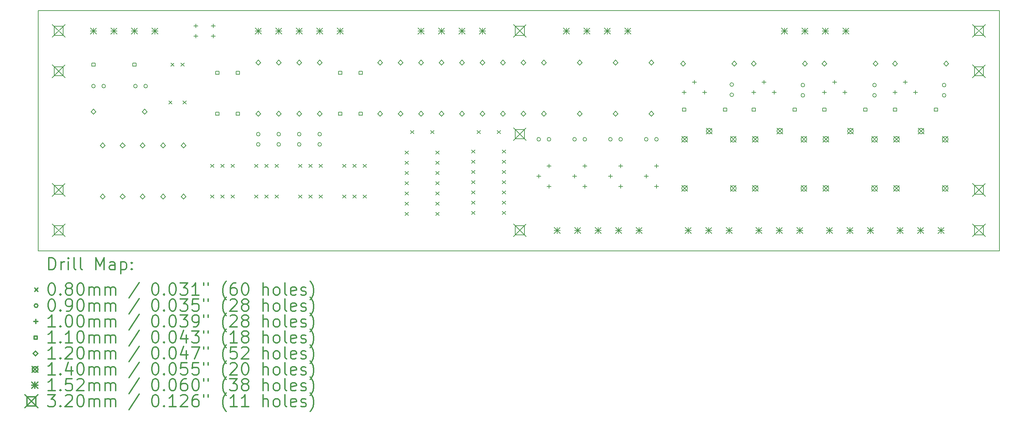
<source format=gbr>
%FSLAX45Y45*%
G04 Gerber Fmt 4.5, Leading zero omitted, Abs format (unit mm)*
G04 Created by KiCad (PCBNEW 4.0.5+dfsg1-4) date Mon Apr  5 20:03:02 2021*
%MOMM*%
%LPD*%
G01*
G04 APERTURE LIST*
%ADD10C,0.127000*%
%ADD11C,0.150000*%
%ADD12C,0.200000*%
%ADD13C,0.300000*%
G04 APERTURE END LIST*
D10*
D11*
X2692400Y-6781800D02*
X3708400Y-6781800D01*
X2692400Y-12750800D02*
X2692400Y-6781800D01*
X3708400Y-12750800D02*
X2692400Y-12750800D01*
X26543000Y-12750800D02*
X25514300Y-12750800D01*
X26543000Y-6781800D02*
X26543000Y-12750800D01*
X25527000Y-6781800D02*
X26543000Y-6781800D01*
X3708400Y-12750800D02*
X25527000Y-12750800D01*
X25527000Y-6781800D02*
X3708400Y-6781800D01*
D12*
X5934600Y-9027800D02*
X6014600Y-9107800D01*
X6014600Y-9027800D02*
X5934600Y-9107800D01*
X5983800Y-8088000D02*
X6063800Y-8168000D01*
X6063800Y-8088000D02*
X5983800Y-8168000D01*
X6233800Y-8088000D02*
X6313800Y-8168000D01*
X6313800Y-8088000D02*
X6233800Y-8168000D01*
X6284600Y-9027800D02*
X6364600Y-9107800D01*
X6364600Y-9027800D02*
X6284600Y-9107800D01*
X6970400Y-10602600D02*
X7050400Y-10682600D01*
X7050400Y-10602600D02*
X6970400Y-10682600D01*
X6970400Y-11364600D02*
X7050400Y-11444600D01*
X7050400Y-11364600D02*
X6970400Y-11444600D01*
X7224400Y-10602600D02*
X7304400Y-10682600D01*
X7304400Y-10602600D02*
X7224400Y-10682600D01*
X7224400Y-11364600D02*
X7304400Y-11444600D01*
X7304400Y-11364600D02*
X7224400Y-11444600D01*
X7478400Y-10602600D02*
X7558400Y-10682600D01*
X7558400Y-10602600D02*
X7478400Y-10682600D01*
X7478400Y-11364600D02*
X7558400Y-11444600D01*
X7558400Y-11364600D02*
X7478400Y-11444600D01*
X8062600Y-10602600D02*
X8142600Y-10682600D01*
X8142600Y-10602600D02*
X8062600Y-10682600D01*
X8062600Y-11364600D02*
X8142600Y-11444600D01*
X8142600Y-11364600D02*
X8062600Y-11444600D01*
X8316600Y-10602600D02*
X8396600Y-10682600D01*
X8396600Y-10602600D02*
X8316600Y-10682600D01*
X8316600Y-11364600D02*
X8396600Y-11444600D01*
X8396600Y-11364600D02*
X8316600Y-11444600D01*
X8570600Y-10602600D02*
X8650600Y-10682600D01*
X8650600Y-10602600D02*
X8570600Y-10682600D01*
X8570600Y-11364600D02*
X8650600Y-11444600D01*
X8650600Y-11364600D02*
X8570600Y-11444600D01*
X9154800Y-10602600D02*
X9234800Y-10682600D01*
X9234800Y-10602600D02*
X9154800Y-10682600D01*
X9154800Y-11364600D02*
X9234800Y-11444600D01*
X9234800Y-11364600D02*
X9154800Y-11444600D01*
X9408800Y-10602600D02*
X9488800Y-10682600D01*
X9488800Y-10602600D02*
X9408800Y-10682600D01*
X9408800Y-11364600D02*
X9488800Y-11444600D01*
X9488800Y-11364600D02*
X9408800Y-11444600D01*
X9662800Y-10602600D02*
X9742800Y-10682600D01*
X9742800Y-10602600D02*
X9662800Y-10682600D01*
X9662800Y-11364600D02*
X9742800Y-11444600D01*
X9742800Y-11364600D02*
X9662800Y-11444600D01*
X10247000Y-10602600D02*
X10327000Y-10682600D01*
X10327000Y-10602600D02*
X10247000Y-10682600D01*
X10247000Y-11364600D02*
X10327000Y-11444600D01*
X10327000Y-11364600D02*
X10247000Y-11444600D01*
X10501000Y-10602600D02*
X10581000Y-10682600D01*
X10581000Y-10602600D02*
X10501000Y-10682600D01*
X10501000Y-11364600D02*
X10581000Y-11444600D01*
X10581000Y-11364600D02*
X10501000Y-11444600D01*
X10755000Y-10602600D02*
X10835000Y-10682600D01*
X10835000Y-10602600D02*
X10755000Y-10682600D01*
X10755000Y-11364600D02*
X10835000Y-11444600D01*
X10835000Y-11364600D02*
X10755000Y-11444600D01*
X11796400Y-10272400D02*
X11876400Y-10352400D01*
X11876400Y-10272400D02*
X11796400Y-10352400D01*
X11796400Y-10526400D02*
X11876400Y-10606400D01*
X11876400Y-10526400D02*
X11796400Y-10606400D01*
X11796400Y-10780400D02*
X11876400Y-10860400D01*
X11876400Y-10780400D02*
X11796400Y-10860400D01*
X11796400Y-11034400D02*
X11876400Y-11114400D01*
X11876400Y-11034400D02*
X11796400Y-11114400D01*
X11796400Y-11288400D02*
X11876400Y-11368400D01*
X11876400Y-11288400D02*
X11796400Y-11368400D01*
X11796400Y-11542400D02*
X11876400Y-11622400D01*
X11876400Y-11542400D02*
X11796400Y-11622400D01*
X11796400Y-11796400D02*
X11876400Y-11876400D01*
X11876400Y-11796400D02*
X11796400Y-11876400D01*
X11931400Y-9764400D02*
X12011400Y-9844400D01*
X12011400Y-9764400D02*
X11931400Y-9844400D01*
X12431400Y-9764400D02*
X12511400Y-9844400D01*
X12511400Y-9764400D02*
X12431400Y-9844400D01*
X12558400Y-10272400D02*
X12638400Y-10352400D01*
X12638400Y-10272400D02*
X12558400Y-10352400D01*
X12558400Y-10526400D02*
X12638400Y-10606400D01*
X12638400Y-10526400D02*
X12558400Y-10606400D01*
X12558400Y-10780400D02*
X12638400Y-10860400D01*
X12638400Y-10780400D02*
X12558400Y-10860400D01*
X12558400Y-11034400D02*
X12638400Y-11114400D01*
X12638400Y-11034400D02*
X12558400Y-11114400D01*
X12558400Y-11288400D02*
X12638400Y-11368400D01*
X12638400Y-11288400D02*
X12558400Y-11368400D01*
X12558400Y-11542400D02*
X12638400Y-11622400D01*
X12638400Y-11542400D02*
X12558400Y-11622400D01*
X12558400Y-11796400D02*
X12638400Y-11876400D01*
X12638400Y-11796400D02*
X12558400Y-11876400D01*
X13447400Y-10247000D02*
X13527400Y-10327000D01*
X13527400Y-10247000D02*
X13447400Y-10327000D01*
X13447400Y-10501000D02*
X13527400Y-10581000D01*
X13527400Y-10501000D02*
X13447400Y-10581000D01*
X13447400Y-10755000D02*
X13527400Y-10835000D01*
X13527400Y-10755000D02*
X13447400Y-10835000D01*
X13447400Y-11009000D02*
X13527400Y-11089000D01*
X13527400Y-11009000D02*
X13447400Y-11089000D01*
X13447400Y-11263000D02*
X13527400Y-11343000D01*
X13527400Y-11263000D02*
X13447400Y-11343000D01*
X13447400Y-11517000D02*
X13527400Y-11597000D01*
X13527400Y-11517000D02*
X13447400Y-11597000D01*
X13447400Y-11771000D02*
X13527400Y-11851000D01*
X13527400Y-11771000D02*
X13447400Y-11851000D01*
X13582400Y-9764400D02*
X13662400Y-9844400D01*
X13662400Y-9764400D02*
X13582400Y-9844400D01*
X14082400Y-9764400D02*
X14162400Y-9844400D01*
X14162400Y-9764400D02*
X14082400Y-9844400D01*
X14209400Y-10247000D02*
X14289400Y-10327000D01*
X14289400Y-10247000D02*
X14209400Y-10327000D01*
X14209400Y-10501000D02*
X14289400Y-10581000D01*
X14289400Y-10501000D02*
X14209400Y-10581000D01*
X14209400Y-10755000D02*
X14289400Y-10835000D01*
X14289400Y-10755000D02*
X14209400Y-10835000D01*
X14209400Y-11009000D02*
X14289400Y-11089000D01*
X14289400Y-11009000D02*
X14209400Y-11089000D01*
X14209400Y-11263000D02*
X14289400Y-11343000D01*
X14289400Y-11263000D02*
X14209400Y-11343000D01*
X14209400Y-11517000D02*
X14289400Y-11597000D01*
X14289400Y-11517000D02*
X14209400Y-11597000D01*
X14209400Y-11771000D02*
X14289400Y-11851000D01*
X14289400Y-11771000D02*
X14209400Y-11851000D01*
X4109000Y-8661400D02*
G75*
G03X4109000Y-8661400I-45000J0D01*
G01*
X4363000Y-8661400D02*
G75*
G03X4363000Y-8661400I-45000J0D01*
G01*
X5150400Y-8661400D02*
G75*
G03X5150400Y-8661400I-45000J0D01*
G01*
X5404400Y-8661400D02*
G75*
G03X5404400Y-8661400I-45000J0D01*
G01*
X8198400Y-9855200D02*
G75*
G03X8198400Y-9855200I-45000J0D01*
G01*
X8198400Y-10109200D02*
G75*
G03X8198400Y-10109200I-45000J0D01*
G01*
X8706400Y-9855200D02*
G75*
G03X8706400Y-9855200I-45000J0D01*
G01*
X8706400Y-10109200D02*
G75*
G03X8706400Y-10109200I-45000J0D01*
G01*
X9214400Y-9855200D02*
G75*
G03X9214400Y-9855200I-45000J0D01*
G01*
X9214400Y-10109200D02*
G75*
G03X9214400Y-10109200I-45000J0D01*
G01*
X9722400Y-9855200D02*
G75*
G03X9722400Y-9855200I-45000J0D01*
G01*
X9722400Y-10109200D02*
G75*
G03X9722400Y-10109200I-45000J0D01*
G01*
X15158000Y-9982200D02*
G75*
G03X15158000Y-9982200I-45000J0D01*
G01*
X15412000Y-9982200D02*
G75*
G03X15412000Y-9982200I-45000J0D01*
G01*
X16047000Y-9982200D02*
G75*
G03X16047000Y-9982200I-45000J0D01*
G01*
X16301000Y-9982200D02*
G75*
G03X16301000Y-9982200I-45000J0D01*
G01*
X16936000Y-9982200D02*
G75*
G03X16936000Y-9982200I-45000J0D01*
G01*
X17190000Y-9982200D02*
G75*
G03X17190000Y-9982200I-45000J0D01*
G01*
X17825000Y-9982200D02*
G75*
G03X17825000Y-9982200I-45000J0D01*
G01*
X18079000Y-9982200D02*
G75*
G03X18079000Y-9982200I-45000J0D01*
G01*
X19945900Y-8623300D02*
G75*
G03X19945900Y-8623300I-45000J0D01*
G01*
X19945900Y-8877300D02*
G75*
G03X19945900Y-8877300I-45000J0D01*
G01*
X21711200Y-8636000D02*
G75*
G03X21711200Y-8636000I-45000J0D01*
G01*
X21711200Y-8890000D02*
G75*
G03X21711200Y-8890000I-45000J0D01*
G01*
X23489200Y-8636000D02*
G75*
G03X23489200Y-8636000I-45000J0D01*
G01*
X23489200Y-8890000D02*
G75*
G03X23489200Y-8890000I-45000J0D01*
G01*
X25216400Y-8636000D02*
G75*
G03X25216400Y-8636000I-45000J0D01*
G01*
X25216400Y-8890000D02*
G75*
G03X25216400Y-8890000I-45000J0D01*
G01*
X6604000Y-7112800D02*
X6604000Y-7212800D01*
X6554000Y-7162800D02*
X6654000Y-7162800D01*
X6604000Y-7366800D02*
X6604000Y-7466800D01*
X6554000Y-7416800D02*
X6654000Y-7416800D01*
X7035800Y-7112800D02*
X7035800Y-7212800D01*
X6985800Y-7162800D02*
X7085800Y-7162800D01*
X7035800Y-7366800D02*
X7035800Y-7466800D01*
X6985800Y-7416800D02*
X7085800Y-7416800D01*
X15113000Y-10846600D02*
X15113000Y-10946600D01*
X15063000Y-10896600D02*
X15163000Y-10896600D01*
X15367000Y-10592600D02*
X15367000Y-10692600D01*
X15317000Y-10642600D02*
X15417000Y-10642600D01*
X15367000Y-11100600D02*
X15367000Y-11200600D01*
X15317000Y-11150600D02*
X15417000Y-11150600D01*
X16002000Y-10846600D02*
X16002000Y-10946600D01*
X15952000Y-10896600D02*
X16052000Y-10896600D01*
X16256000Y-10592600D02*
X16256000Y-10692600D01*
X16206000Y-10642600D02*
X16306000Y-10642600D01*
X16256000Y-11100600D02*
X16256000Y-11200600D01*
X16206000Y-11150600D02*
X16306000Y-11150600D01*
X16891000Y-10846600D02*
X16891000Y-10946600D01*
X16841000Y-10896600D02*
X16941000Y-10896600D01*
X17145000Y-10592600D02*
X17145000Y-10692600D01*
X17095000Y-10642600D02*
X17195000Y-10642600D01*
X17145000Y-11100600D02*
X17145000Y-11200600D01*
X17095000Y-11150600D02*
X17195000Y-11150600D01*
X17780000Y-10846600D02*
X17780000Y-10946600D01*
X17730000Y-10896600D02*
X17830000Y-10896600D01*
X18034000Y-10592600D02*
X18034000Y-10692600D01*
X17984000Y-10642600D02*
X18084000Y-10642600D01*
X18034000Y-11100600D02*
X18034000Y-11200600D01*
X17984000Y-11150600D02*
X18084000Y-11150600D01*
X18719800Y-8763800D02*
X18719800Y-8863800D01*
X18669800Y-8813800D02*
X18769800Y-8813800D01*
X18973800Y-8509800D02*
X18973800Y-8609800D01*
X18923800Y-8559800D02*
X19023800Y-8559800D01*
X19227800Y-8763800D02*
X19227800Y-8863800D01*
X19177800Y-8813800D02*
X19277800Y-8813800D01*
X20447000Y-8763800D02*
X20447000Y-8863800D01*
X20397000Y-8813800D02*
X20497000Y-8813800D01*
X20701000Y-8509800D02*
X20701000Y-8609800D01*
X20651000Y-8559800D02*
X20751000Y-8559800D01*
X20955000Y-8763800D02*
X20955000Y-8863800D01*
X20905000Y-8813800D02*
X21005000Y-8813800D01*
X22199600Y-8763800D02*
X22199600Y-8863800D01*
X22149600Y-8813800D02*
X22249600Y-8813800D01*
X22453600Y-8509800D02*
X22453600Y-8609800D01*
X22403600Y-8559800D02*
X22503600Y-8559800D01*
X22707600Y-8763800D02*
X22707600Y-8863800D01*
X22657600Y-8813800D02*
X22757600Y-8813800D01*
X23952200Y-8763800D02*
X23952200Y-8863800D01*
X23902200Y-8813800D02*
X24002200Y-8813800D01*
X24206200Y-8509800D02*
X24206200Y-8609800D01*
X24156200Y-8559800D02*
X24256200Y-8559800D01*
X24460200Y-8763800D02*
X24460200Y-8863800D01*
X24410200Y-8813800D02*
X24510200Y-8813800D01*
X4102891Y-8166891D02*
X4102891Y-8089109D01*
X4025109Y-8089109D01*
X4025109Y-8166891D01*
X4102891Y-8166891D01*
X5118891Y-8166891D02*
X5118891Y-8089109D01*
X5041109Y-8089109D01*
X5041109Y-8166891D01*
X5118891Y-8166891D01*
X7176291Y-8370091D02*
X7176291Y-8292309D01*
X7098509Y-8292309D01*
X7098509Y-8370091D01*
X7176291Y-8370091D01*
X7176291Y-9386091D02*
X7176291Y-9308309D01*
X7098509Y-9308309D01*
X7098509Y-9386091D01*
X7176291Y-9386091D01*
X7684291Y-8370091D02*
X7684291Y-8292309D01*
X7606509Y-8292309D01*
X7606509Y-8370091D01*
X7684291Y-8370091D01*
X7684291Y-9386091D02*
X7684291Y-9308309D01*
X7606509Y-9308309D01*
X7606509Y-9386091D01*
X7684291Y-9386091D01*
X10224291Y-8370091D02*
X10224291Y-8292309D01*
X10146509Y-8292309D01*
X10146509Y-8370091D01*
X10224291Y-8370091D01*
X10224291Y-9386091D02*
X10224291Y-9308309D01*
X10146509Y-9308309D01*
X10146509Y-9386091D01*
X10224291Y-9386091D01*
X10732291Y-8370091D02*
X10732291Y-8292309D01*
X10654509Y-8292309D01*
X10654509Y-8370091D01*
X10732291Y-8370091D01*
X10732291Y-9386091D02*
X10732291Y-9308309D01*
X10654509Y-9308309D01*
X10654509Y-9386091D01*
X10732291Y-9386091D01*
X18758691Y-9284491D02*
X18758691Y-9206709D01*
X18680909Y-9206709D01*
X18680909Y-9284491D01*
X18758691Y-9284491D01*
X19774691Y-9284491D02*
X19774691Y-9206709D01*
X19696909Y-9206709D01*
X19696909Y-9284491D01*
X19774691Y-9284491D01*
X20485891Y-9284491D02*
X20485891Y-9206709D01*
X20408109Y-9206709D01*
X20408109Y-9284491D01*
X20485891Y-9284491D01*
X21501891Y-9284491D02*
X21501891Y-9206709D01*
X21424109Y-9206709D01*
X21424109Y-9284491D01*
X21501891Y-9284491D01*
X22238491Y-9284491D02*
X22238491Y-9206709D01*
X22160709Y-9206709D01*
X22160709Y-9284491D01*
X22238491Y-9284491D01*
X23254491Y-9284491D02*
X23254491Y-9206709D01*
X23176709Y-9206709D01*
X23176709Y-9284491D01*
X23254491Y-9284491D01*
X23991091Y-9284491D02*
X23991091Y-9206709D01*
X23913309Y-9206709D01*
X23913309Y-9284491D01*
X23991091Y-9284491D01*
X25007091Y-9284491D02*
X25007091Y-9206709D01*
X24929309Y-9206709D01*
X24929309Y-9284491D01*
X25007091Y-9284491D01*
X4064000Y-9356400D02*
X4124000Y-9296400D01*
X4064000Y-9236400D01*
X4004000Y-9296400D01*
X4064000Y-9356400D01*
X4292600Y-10194600D02*
X4352600Y-10134600D01*
X4292600Y-10074600D01*
X4232600Y-10134600D01*
X4292600Y-10194600D01*
X4292600Y-11464600D02*
X4352600Y-11404600D01*
X4292600Y-11344600D01*
X4232600Y-11404600D01*
X4292600Y-11464600D01*
X4787900Y-10194600D02*
X4847900Y-10134600D01*
X4787900Y-10074600D01*
X4727900Y-10134600D01*
X4787900Y-10194600D01*
X4787900Y-11464600D02*
X4847900Y-11404600D01*
X4787900Y-11344600D01*
X4727900Y-11404600D01*
X4787900Y-11464600D01*
X5283200Y-10194600D02*
X5343200Y-10134600D01*
X5283200Y-10074600D01*
X5223200Y-10134600D01*
X5283200Y-10194600D01*
X5283200Y-11464600D02*
X5343200Y-11404600D01*
X5283200Y-11344600D01*
X5223200Y-11404600D01*
X5283200Y-11464600D01*
X5334000Y-9356400D02*
X5394000Y-9296400D01*
X5334000Y-9236400D01*
X5274000Y-9296400D01*
X5334000Y-9356400D01*
X5791200Y-10194600D02*
X5851200Y-10134600D01*
X5791200Y-10074600D01*
X5731200Y-10134600D01*
X5791200Y-10194600D01*
X5791200Y-11464600D02*
X5851200Y-11404600D01*
X5791200Y-11344600D01*
X5731200Y-11404600D01*
X5791200Y-11464600D01*
X6299200Y-10194600D02*
X6359200Y-10134600D01*
X6299200Y-10074600D01*
X6239200Y-10134600D01*
X6299200Y-10194600D01*
X6299200Y-11464600D02*
X6359200Y-11404600D01*
X6299200Y-11344600D01*
X6239200Y-11404600D01*
X6299200Y-11464600D01*
X8153400Y-8137200D02*
X8213400Y-8077200D01*
X8153400Y-8017200D01*
X8093400Y-8077200D01*
X8153400Y-8137200D01*
X8153400Y-9407200D02*
X8213400Y-9347200D01*
X8153400Y-9287200D01*
X8093400Y-9347200D01*
X8153400Y-9407200D01*
X8661400Y-8137200D02*
X8721400Y-8077200D01*
X8661400Y-8017200D01*
X8601400Y-8077200D01*
X8661400Y-8137200D01*
X8661400Y-9407200D02*
X8721400Y-9347200D01*
X8661400Y-9287200D01*
X8601400Y-9347200D01*
X8661400Y-9407200D01*
X9169400Y-8137200D02*
X9229400Y-8077200D01*
X9169400Y-8017200D01*
X9109400Y-8077200D01*
X9169400Y-8137200D01*
X9169400Y-9407200D02*
X9229400Y-9347200D01*
X9169400Y-9287200D01*
X9109400Y-9347200D01*
X9169400Y-9407200D01*
X9677400Y-8137200D02*
X9737400Y-8077200D01*
X9677400Y-8017200D01*
X9617400Y-8077200D01*
X9677400Y-8137200D01*
X9677400Y-9407200D02*
X9737400Y-9347200D01*
X9677400Y-9287200D01*
X9617400Y-9347200D01*
X9677400Y-9407200D01*
X11176000Y-8137200D02*
X11236000Y-8077200D01*
X11176000Y-8017200D01*
X11116000Y-8077200D01*
X11176000Y-8137200D01*
X11176000Y-9407200D02*
X11236000Y-9347200D01*
X11176000Y-9287200D01*
X11116000Y-9347200D01*
X11176000Y-9407200D01*
X11684000Y-8137200D02*
X11744000Y-8077200D01*
X11684000Y-8017200D01*
X11624000Y-8077200D01*
X11684000Y-8137200D01*
X11684000Y-9407200D02*
X11744000Y-9347200D01*
X11684000Y-9287200D01*
X11624000Y-9347200D01*
X11684000Y-9407200D01*
X12192000Y-8137200D02*
X12252000Y-8077200D01*
X12192000Y-8017200D01*
X12132000Y-8077200D01*
X12192000Y-8137200D01*
X12192000Y-9407200D02*
X12252000Y-9347200D01*
X12192000Y-9287200D01*
X12132000Y-9347200D01*
X12192000Y-9407200D01*
X12700000Y-8137200D02*
X12760000Y-8077200D01*
X12700000Y-8017200D01*
X12640000Y-8077200D01*
X12700000Y-8137200D01*
X12700000Y-9407200D02*
X12760000Y-9347200D01*
X12700000Y-9287200D01*
X12640000Y-9347200D01*
X12700000Y-9407200D01*
X13208000Y-8137200D02*
X13268000Y-8077200D01*
X13208000Y-8017200D01*
X13148000Y-8077200D01*
X13208000Y-8137200D01*
X13208000Y-9407200D02*
X13268000Y-9347200D01*
X13208000Y-9287200D01*
X13148000Y-9347200D01*
X13208000Y-9407200D01*
X13716000Y-8137200D02*
X13776000Y-8077200D01*
X13716000Y-8017200D01*
X13656000Y-8077200D01*
X13716000Y-8137200D01*
X13716000Y-9407200D02*
X13776000Y-9347200D01*
X13716000Y-9287200D01*
X13656000Y-9347200D01*
X13716000Y-9407200D01*
X14224000Y-8137200D02*
X14284000Y-8077200D01*
X14224000Y-8017200D01*
X14164000Y-8077200D01*
X14224000Y-8137200D01*
X14224000Y-9407200D02*
X14284000Y-9347200D01*
X14224000Y-9287200D01*
X14164000Y-9347200D01*
X14224000Y-9407200D01*
X14732000Y-8137200D02*
X14792000Y-8077200D01*
X14732000Y-8017200D01*
X14672000Y-8077200D01*
X14732000Y-8137200D01*
X14732000Y-9407200D02*
X14792000Y-9347200D01*
X14732000Y-9287200D01*
X14672000Y-9347200D01*
X14732000Y-9407200D01*
X15240000Y-8137200D02*
X15300000Y-8077200D01*
X15240000Y-8017200D01*
X15180000Y-8077200D01*
X15240000Y-8137200D01*
X15240000Y-9407200D02*
X15300000Y-9347200D01*
X15240000Y-9287200D01*
X15180000Y-9347200D01*
X15240000Y-9407200D01*
X16129000Y-8137200D02*
X16189000Y-8077200D01*
X16129000Y-8017200D01*
X16069000Y-8077200D01*
X16129000Y-8137200D01*
X16129000Y-9407200D02*
X16189000Y-9347200D01*
X16129000Y-9287200D01*
X16069000Y-9347200D01*
X16129000Y-9407200D01*
X17018000Y-8137200D02*
X17078000Y-8077200D01*
X17018000Y-8017200D01*
X16958000Y-8077200D01*
X17018000Y-8137200D01*
X17018000Y-9407200D02*
X17078000Y-9347200D01*
X17018000Y-9287200D01*
X16958000Y-9347200D01*
X17018000Y-9407200D01*
X17907000Y-8137200D02*
X17967000Y-8077200D01*
X17907000Y-8017200D01*
X17847000Y-8077200D01*
X17907000Y-8137200D01*
X17907000Y-9407200D02*
X17967000Y-9347200D01*
X17907000Y-9287200D01*
X17847000Y-9347200D01*
X17907000Y-9407200D01*
X18694400Y-8162600D02*
X18754400Y-8102600D01*
X18694400Y-8042600D01*
X18634400Y-8102600D01*
X18694400Y-8162600D01*
X19964400Y-8162600D02*
X20024400Y-8102600D01*
X19964400Y-8042600D01*
X19904400Y-8102600D01*
X19964400Y-8162600D01*
X20447000Y-8162600D02*
X20507000Y-8102600D01*
X20447000Y-8042600D01*
X20387000Y-8102600D01*
X20447000Y-8162600D01*
X21717000Y-8162600D02*
X21777000Y-8102600D01*
X21717000Y-8042600D01*
X21657000Y-8102600D01*
X21717000Y-8162600D01*
X22199600Y-8162600D02*
X22259600Y-8102600D01*
X22199600Y-8042600D01*
X22139600Y-8102600D01*
X22199600Y-8162600D01*
X23469600Y-8162600D02*
X23529600Y-8102600D01*
X23469600Y-8042600D01*
X23409600Y-8102600D01*
X23469600Y-8162600D01*
X23952200Y-8162600D02*
X24012200Y-8102600D01*
X23952200Y-8042600D01*
X23892200Y-8102600D01*
X23952200Y-8162600D01*
X25222200Y-8162600D02*
X25282200Y-8102600D01*
X25222200Y-8042600D01*
X25162200Y-8102600D01*
X25222200Y-8162600D01*
X18662500Y-9912200D02*
X18802500Y-10052200D01*
X18802500Y-9912200D02*
X18662500Y-10052200D01*
X18802500Y-9982200D02*
G75*
G03X18802500Y-9982200I-70000J0D01*
G01*
X18662500Y-11131400D02*
X18802500Y-11271400D01*
X18802500Y-11131400D02*
X18662500Y-11271400D01*
X18802500Y-11201400D02*
G75*
G03X18802500Y-11201400I-70000J0D01*
G01*
X19272100Y-9709000D02*
X19412100Y-9849000D01*
X19412100Y-9709000D02*
X19272100Y-9849000D01*
X19412100Y-9779000D02*
G75*
G03X19412100Y-9779000I-70000J0D01*
G01*
X19869000Y-9912200D02*
X20009000Y-10052200D01*
X20009000Y-9912200D02*
X19869000Y-10052200D01*
X20009000Y-9982200D02*
G75*
G03X20009000Y-9982200I-70000J0D01*
G01*
X19869000Y-11131400D02*
X20009000Y-11271400D01*
X20009000Y-11131400D02*
X19869000Y-11271400D01*
X20009000Y-11201400D02*
G75*
G03X20009000Y-11201400I-70000J0D01*
G01*
X20415100Y-9912200D02*
X20555100Y-10052200D01*
X20555100Y-9912200D02*
X20415100Y-10052200D01*
X20555100Y-9982200D02*
G75*
G03X20555100Y-9982200I-70000J0D01*
G01*
X20415100Y-11131400D02*
X20555100Y-11271400D01*
X20555100Y-11131400D02*
X20415100Y-11271400D01*
X20555100Y-11201400D02*
G75*
G03X20555100Y-11201400I-70000J0D01*
G01*
X21024700Y-9709000D02*
X21164700Y-9849000D01*
X21164700Y-9709000D02*
X21024700Y-9849000D01*
X21164700Y-9779000D02*
G75*
G03X21164700Y-9779000I-70000J0D01*
G01*
X21621600Y-9912200D02*
X21761600Y-10052200D01*
X21761600Y-9912200D02*
X21621600Y-10052200D01*
X21761600Y-9982200D02*
G75*
G03X21761600Y-9982200I-70000J0D01*
G01*
X21621600Y-11131400D02*
X21761600Y-11271400D01*
X21761600Y-11131400D02*
X21621600Y-11271400D01*
X21761600Y-11201400D02*
G75*
G03X21761600Y-11201400I-70000J0D01*
G01*
X22167700Y-9912200D02*
X22307700Y-10052200D01*
X22307700Y-9912200D02*
X22167700Y-10052200D01*
X22307700Y-9982200D02*
G75*
G03X22307700Y-9982200I-70000J0D01*
G01*
X22167700Y-11131400D02*
X22307700Y-11271400D01*
X22307700Y-11131400D02*
X22167700Y-11271400D01*
X22307700Y-11201400D02*
G75*
G03X22307700Y-11201400I-70000J0D01*
G01*
X22777300Y-9709000D02*
X22917300Y-9849000D01*
X22917300Y-9709000D02*
X22777300Y-9849000D01*
X22917300Y-9779000D02*
G75*
G03X22917300Y-9779000I-70000J0D01*
G01*
X23374200Y-9912200D02*
X23514200Y-10052200D01*
X23514200Y-9912200D02*
X23374200Y-10052200D01*
X23514200Y-9982200D02*
G75*
G03X23514200Y-9982200I-70000J0D01*
G01*
X23374200Y-11131400D02*
X23514200Y-11271400D01*
X23514200Y-11131400D02*
X23374200Y-11271400D01*
X23514200Y-11201400D02*
G75*
G03X23514200Y-11201400I-70000J0D01*
G01*
X23920300Y-9912200D02*
X24060300Y-10052200D01*
X24060300Y-9912200D02*
X23920300Y-10052200D01*
X24060300Y-9982200D02*
G75*
G03X24060300Y-9982200I-70000J0D01*
G01*
X23920300Y-11131400D02*
X24060300Y-11271400D01*
X24060300Y-11131400D02*
X23920300Y-11271400D01*
X24060300Y-11201400D02*
G75*
G03X24060300Y-11201400I-70000J0D01*
G01*
X24529900Y-9709000D02*
X24669900Y-9849000D01*
X24669900Y-9709000D02*
X24529900Y-9849000D01*
X24669900Y-9779000D02*
G75*
G03X24669900Y-9779000I-70000J0D01*
G01*
X25126800Y-9912200D02*
X25266800Y-10052200D01*
X25266800Y-9912200D02*
X25126800Y-10052200D01*
X25266800Y-9982200D02*
G75*
G03X25266800Y-9982200I-70000J0D01*
G01*
X25126800Y-11131400D02*
X25266800Y-11271400D01*
X25266800Y-11131400D02*
X25126800Y-11271400D01*
X25266800Y-11201400D02*
G75*
G03X25266800Y-11201400I-70000J0D01*
G01*
X3988000Y-7213800D02*
X4140000Y-7365800D01*
X4140000Y-7213800D02*
X3988000Y-7365800D01*
X4064000Y-7213800D02*
X4064000Y-7365800D01*
X3988000Y-7289800D02*
X4140000Y-7289800D01*
X4496000Y-7213800D02*
X4648000Y-7365800D01*
X4648000Y-7213800D02*
X4496000Y-7365800D01*
X4572000Y-7213800D02*
X4572000Y-7365800D01*
X4496000Y-7289800D02*
X4648000Y-7289800D01*
X5004000Y-7213800D02*
X5156000Y-7365800D01*
X5156000Y-7213800D02*
X5004000Y-7365800D01*
X5080000Y-7213800D02*
X5080000Y-7365800D01*
X5004000Y-7289800D02*
X5156000Y-7289800D01*
X5512000Y-7213800D02*
X5664000Y-7365800D01*
X5664000Y-7213800D02*
X5512000Y-7365800D01*
X5588000Y-7213800D02*
X5588000Y-7365800D01*
X5512000Y-7289800D02*
X5664000Y-7289800D01*
X8077400Y-7213800D02*
X8229400Y-7365800D01*
X8229400Y-7213800D02*
X8077400Y-7365800D01*
X8153400Y-7213800D02*
X8153400Y-7365800D01*
X8077400Y-7289800D02*
X8229400Y-7289800D01*
X8585400Y-7213800D02*
X8737400Y-7365800D01*
X8737400Y-7213800D02*
X8585400Y-7365800D01*
X8661400Y-7213800D02*
X8661400Y-7365800D01*
X8585400Y-7289800D02*
X8737400Y-7289800D01*
X9093400Y-7213800D02*
X9245400Y-7365800D01*
X9245400Y-7213800D02*
X9093400Y-7365800D01*
X9169400Y-7213800D02*
X9169400Y-7365800D01*
X9093400Y-7289800D02*
X9245400Y-7289800D01*
X9601400Y-7213800D02*
X9753400Y-7365800D01*
X9753400Y-7213800D02*
X9601400Y-7365800D01*
X9677400Y-7213800D02*
X9677400Y-7365800D01*
X9601400Y-7289800D02*
X9753400Y-7289800D01*
X10109400Y-7213800D02*
X10261400Y-7365800D01*
X10261400Y-7213800D02*
X10109400Y-7365800D01*
X10185400Y-7213800D02*
X10185400Y-7365800D01*
X10109400Y-7289800D02*
X10261400Y-7289800D01*
X12116000Y-7213800D02*
X12268000Y-7365800D01*
X12268000Y-7213800D02*
X12116000Y-7365800D01*
X12192000Y-7213800D02*
X12192000Y-7365800D01*
X12116000Y-7289800D02*
X12268000Y-7289800D01*
X12624000Y-7213800D02*
X12776000Y-7365800D01*
X12776000Y-7213800D02*
X12624000Y-7365800D01*
X12700000Y-7213800D02*
X12700000Y-7365800D01*
X12624000Y-7289800D02*
X12776000Y-7289800D01*
X13132000Y-7213800D02*
X13284000Y-7365800D01*
X13284000Y-7213800D02*
X13132000Y-7365800D01*
X13208000Y-7213800D02*
X13208000Y-7365800D01*
X13132000Y-7289800D02*
X13284000Y-7289800D01*
X13640000Y-7213800D02*
X13792000Y-7365800D01*
X13792000Y-7213800D02*
X13640000Y-7365800D01*
X13716000Y-7213800D02*
X13716000Y-7365800D01*
X13640000Y-7289800D02*
X13792000Y-7289800D01*
X15494200Y-12166800D02*
X15646200Y-12318800D01*
X15646200Y-12166800D02*
X15494200Y-12318800D01*
X15570200Y-12166800D02*
X15570200Y-12318800D01*
X15494200Y-12242800D02*
X15646200Y-12242800D01*
X15722800Y-7213800D02*
X15874800Y-7365800D01*
X15874800Y-7213800D02*
X15722800Y-7365800D01*
X15798800Y-7213800D02*
X15798800Y-7365800D01*
X15722800Y-7289800D02*
X15874800Y-7289800D01*
X16002200Y-12166800D02*
X16154200Y-12318800D01*
X16154200Y-12166800D02*
X16002200Y-12318800D01*
X16078200Y-12166800D02*
X16078200Y-12318800D01*
X16002200Y-12242800D02*
X16154200Y-12242800D01*
X16230800Y-7213800D02*
X16382800Y-7365800D01*
X16382800Y-7213800D02*
X16230800Y-7365800D01*
X16306800Y-7213800D02*
X16306800Y-7365800D01*
X16230800Y-7289800D02*
X16382800Y-7289800D01*
X16510200Y-12166800D02*
X16662200Y-12318800D01*
X16662200Y-12166800D02*
X16510200Y-12318800D01*
X16586200Y-12166800D02*
X16586200Y-12318800D01*
X16510200Y-12242800D02*
X16662200Y-12242800D01*
X16738800Y-7213800D02*
X16890800Y-7365800D01*
X16890800Y-7213800D02*
X16738800Y-7365800D01*
X16814800Y-7213800D02*
X16814800Y-7365800D01*
X16738800Y-7289800D02*
X16890800Y-7289800D01*
X17018200Y-12166800D02*
X17170200Y-12318800D01*
X17170200Y-12166800D02*
X17018200Y-12318800D01*
X17094200Y-12166800D02*
X17094200Y-12318800D01*
X17018200Y-12242800D02*
X17170200Y-12242800D01*
X17246800Y-7213800D02*
X17398800Y-7365800D01*
X17398800Y-7213800D02*
X17246800Y-7365800D01*
X17322800Y-7213800D02*
X17322800Y-7365800D01*
X17246800Y-7289800D02*
X17398800Y-7289800D01*
X17526200Y-12166800D02*
X17678200Y-12318800D01*
X17678200Y-12166800D02*
X17526200Y-12318800D01*
X17602200Y-12166800D02*
X17602200Y-12318800D01*
X17526200Y-12242800D02*
X17678200Y-12242800D01*
X18745400Y-12166800D02*
X18897400Y-12318800D01*
X18897400Y-12166800D02*
X18745400Y-12318800D01*
X18821400Y-12166800D02*
X18821400Y-12318800D01*
X18745400Y-12242800D02*
X18897400Y-12242800D01*
X19253400Y-12166800D02*
X19405400Y-12318800D01*
X19405400Y-12166800D02*
X19253400Y-12318800D01*
X19329400Y-12166800D02*
X19329400Y-12318800D01*
X19253400Y-12242800D02*
X19405400Y-12242800D01*
X19761400Y-12166800D02*
X19913400Y-12318800D01*
X19913400Y-12166800D02*
X19761400Y-12318800D01*
X19837400Y-12166800D02*
X19837400Y-12318800D01*
X19761400Y-12242800D02*
X19913400Y-12242800D01*
X20498000Y-12166800D02*
X20650000Y-12318800D01*
X20650000Y-12166800D02*
X20498000Y-12318800D01*
X20574000Y-12166800D02*
X20574000Y-12318800D01*
X20498000Y-12242800D02*
X20650000Y-12242800D01*
X21006000Y-12166800D02*
X21158000Y-12318800D01*
X21158000Y-12166800D02*
X21006000Y-12318800D01*
X21082000Y-12166800D02*
X21082000Y-12318800D01*
X21006000Y-12242800D02*
X21158000Y-12242800D01*
X21133000Y-7213800D02*
X21285000Y-7365800D01*
X21285000Y-7213800D02*
X21133000Y-7365800D01*
X21209000Y-7213800D02*
X21209000Y-7365800D01*
X21133000Y-7289800D02*
X21285000Y-7289800D01*
X21514000Y-12166800D02*
X21666000Y-12318800D01*
X21666000Y-12166800D02*
X21514000Y-12318800D01*
X21590000Y-12166800D02*
X21590000Y-12318800D01*
X21514000Y-12242800D02*
X21666000Y-12242800D01*
X21641000Y-7213800D02*
X21793000Y-7365800D01*
X21793000Y-7213800D02*
X21641000Y-7365800D01*
X21717000Y-7213800D02*
X21717000Y-7365800D01*
X21641000Y-7289800D02*
X21793000Y-7289800D01*
X22149000Y-7213800D02*
X22301000Y-7365800D01*
X22301000Y-7213800D02*
X22149000Y-7365800D01*
X22225000Y-7213800D02*
X22225000Y-7365800D01*
X22149000Y-7289800D02*
X22301000Y-7289800D01*
X22250600Y-12166800D02*
X22402600Y-12318800D01*
X22402600Y-12166800D02*
X22250600Y-12318800D01*
X22326600Y-12166800D02*
X22326600Y-12318800D01*
X22250600Y-12242800D02*
X22402600Y-12242800D01*
X22657000Y-7213800D02*
X22809000Y-7365800D01*
X22809000Y-7213800D02*
X22657000Y-7365800D01*
X22733000Y-7213800D02*
X22733000Y-7365800D01*
X22657000Y-7289800D02*
X22809000Y-7289800D01*
X22758600Y-12166800D02*
X22910600Y-12318800D01*
X22910600Y-12166800D02*
X22758600Y-12318800D01*
X22834600Y-12166800D02*
X22834600Y-12318800D01*
X22758600Y-12242800D02*
X22910600Y-12242800D01*
X23266600Y-12166800D02*
X23418600Y-12318800D01*
X23418600Y-12166800D02*
X23266600Y-12318800D01*
X23342600Y-12166800D02*
X23342600Y-12318800D01*
X23266600Y-12242800D02*
X23418600Y-12242800D01*
X24003200Y-12166800D02*
X24155200Y-12318800D01*
X24155200Y-12166800D02*
X24003200Y-12318800D01*
X24079200Y-12166800D02*
X24079200Y-12318800D01*
X24003200Y-12242800D02*
X24155200Y-12242800D01*
X24511200Y-12166800D02*
X24663200Y-12318800D01*
X24663200Y-12166800D02*
X24511200Y-12318800D01*
X24587200Y-12166800D02*
X24587200Y-12318800D01*
X24511200Y-12242800D02*
X24663200Y-12242800D01*
X25019200Y-12166800D02*
X25171200Y-12318800D01*
X25171200Y-12166800D02*
X25019200Y-12318800D01*
X25095200Y-12166800D02*
X25095200Y-12318800D01*
X25019200Y-12242800D02*
X25171200Y-12242800D01*
X3040400Y-7129800D02*
X3360400Y-7449800D01*
X3360400Y-7129800D02*
X3040400Y-7449800D01*
X3313538Y-7402938D02*
X3313538Y-7176662D01*
X3087262Y-7176662D01*
X3087262Y-7402938D01*
X3313538Y-7402938D01*
X3040400Y-8133100D02*
X3360400Y-8453100D01*
X3360400Y-8133100D02*
X3040400Y-8453100D01*
X3313538Y-8406238D02*
X3313538Y-8179962D01*
X3087262Y-8179962D01*
X3087262Y-8406238D01*
X3313538Y-8406238D01*
X3040400Y-11079500D02*
X3360400Y-11399500D01*
X3360400Y-11079500D02*
X3040400Y-11399500D01*
X3313538Y-11352638D02*
X3313538Y-11126362D01*
X3087262Y-11126362D01*
X3087262Y-11352638D01*
X3313538Y-11352638D01*
X3040400Y-12082800D02*
X3360400Y-12402800D01*
X3360400Y-12082800D02*
X3040400Y-12402800D01*
X3313538Y-12355938D02*
X3313538Y-12129662D01*
X3087262Y-12129662D01*
X3087262Y-12355938D01*
X3313538Y-12355938D01*
X14483100Y-7129800D02*
X14803100Y-7449800D01*
X14803100Y-7129800D02*
X14483100Y-7449800D01*
X14756238Y-7402938D02*
X14756238Y-7176662D01*
X14529962Y-7176662D01*
X14529962Y-7402938D01*
X14756238Y-7402938D01*
X14483100Y-9695200D02*
X14803100Y-10015200D01*
X14803100Y-9695200D02*
X14483100Y-10015200D01*
X14756238Y-9968338D02*
X14756238Y-9742062D01*
X14529962Y-9742062D01*
X14529962Y-9968338D01*
X14756238Y-9968338D01*
X14483100Y-12082800D02*
X14803100Y-12402800D01*
X14803100Y-12082800D02*
X14483100Y-12402800D01*
X14756238Y-12355938D02*
X14756238Y-12129662D01*
X14529962Y-12129662D01*
X14529962Y-12355938D01*
X14756238Y-12355938D01*
X25875000Y-7129800D02*
X26195000Y-7449800D01*
X26195000Y-7129800D02*
X25875000Y-7449800D01*
X26148138Y-7402938D02*
X26148138Y-7176662D01*
X25921862Y-7176662D01*
X25921862Y-7402938D01*
X26148138Y-7402938D01*
X25875000Y-8133100D02*
X26195000Y-8453100D01*
X26195000Y-8133100D02*
X25875000Y-8453100D01*
X26148138Y-8406238D02*
X26148138Y-8179962D01*
X25921862Y-8179962D01*
X25921862Y-8406238D01*
X26148138Y-8406238D01*
X25875000Y-11079500D02*
X26195000Y-11399500D01*
X26195000Y-11079500D02*
X25875000Y-11399500D01*
X26148138Y-11352638D02*
X26148138Y-11126362D01*
X25921862Y-11126362D01*
X25921862Y-11352638D01*
X26148138Y-11352638D01*
X25875000Y-12082800D02*
X26195000Y-12402800D01*
X26195000Y-12082800D02*
X25875000Y-12402800D01*
X26148138Y-12355938D02*
X26148138Y-12129662D01*
X25921862Y-12129662D01*
X25921862Y-12355938D01*
X26148138Y-12355938D01*
D13*
X2956328Y-13224014D02*
X2956328Y-12924014D01*
X3027757Y-12924014D01*
X3070614Y-12938300D01*
X3099186Y-12966871D01*
X3113471Y-12995443D01*
X3127757Y-13052586D01*
X3127757Y-13095443D01*
X3113471Y-13152586D01*
X3099186Y-13181157D01*
X3070614Y-13209729D01*
X3027757Y-13224014D01*
X2956328Y-13224014D01*
X3256328Y-13224014D02*
X3256328Y-13024014D01*
X3256328Y-13081157D02*
X3270614Y-13052586D01*
X3284900Y-13038300D01*
X3313471Y-13024014D01*
X3342043Y-13024014D01*
X3442043Y-13224014D02*
X3442043Y-13024014D01*
X3442043Y-12924014D02*
X3427757Y-12938300D01*
X3442043Y-12952586D01*
X3456328Y-12938300D01*
X3442043Y-12924014D01*
X3442043Y-12952586D01*
X3627757Y-13224014D02*
X3599186Y-13209729D01*
X3584900Y-13181157D01*
X3584900Y-12924014D01*
X3784900Y-13224014D02*
X3756328Y-13209729D01*
X3742043Y-13181157D01*
X3742043Y-12924014D01*
X4127757Y-13224014D02*
X4127757Y-12924014D01*
X4227757Y-13138300D01*
X4327757Y-12924014D01*
X4327757Y-13224014D01*
X4599186Y-13224014D02*
X4599186Y-13066871D01*
X4584900Y-13038300D01*
X4556329Y-13024014D01*
X4499186Y-13024014D01*
X4470614Y-13038300D01*
X4599186Y-13209729D02*
X4570614Y-13224014D01*
X4499186Y-13224014D01*
X4470614Y-13209729D01*
X4456329Y-13181157D01*
X4456329Y-13152586D01*
X4470614Y-13124014D01*
X4499186Y-13109729D01*
X4570614Y-13109729D01*
X4599186Y-13095443D01*
X4742043Y-13024014D02*
X4742043Y-13324014D01*
X4742043Y-13038300D02*
X4770614Y-13024014D01*
X4827757Y-13024014D01*
X4856329Y-13038300D01*
X4870614Y-13052586D01*
X4884900Y-13081157D01*
X4884900Y-13166871D01*
X4870614Y-13195443D01*
X4856329Y-13209729D01*
X4827757Y-13224014D01*
X4770614Y-13224014D01*
X4742043Y-13209729D01*
X5013471Y-13195443D02*
X5027757Y-13209729D01*
X5013471Y-13224014D01*
X4999186Y-13209729D01*
X5013471Y-13195443D01*
X5013471Y-13224014D01*
X5013471Y-13038300D02*
X5027757Y-13052586D01*
X5013471Y-13066871D01*
X4999186Y-13052586D01*
X5013471Y-13038300D01*
X5013471Y-13066871D01*
X2604900Y-13678300D02*
X2684900Y-13758300D01*
X2684900Y-13678300D02*
X2604900Y-13758300D01*
X3013471Y-13554014D02*
X3042043Y-13554014D01*
X3070614Y-13568300D01*
X3084900Y-13582586D01*
X3099186Y-13611157D01*
X3113471Y-13668300D01*
X3113471Y-13739729D01*
X3099186Y-13796871D01*
X3084900Y-13825443D01*
X3070614Y-13839729D01*
X3042043Y-13854014D01*
X3013471Y-13854014D01*
X2984900Y-13839729D01*
X2970614Y-13825443D01*
X2956328Y-13796871D01*
X2942043Y-13739729D01*
X2942043Y-13668300D01*
X2956328Y-13611157D01*
X2970614Y-13582586D01*
X2984900Y-13568300D01*
X3013471Y-13554014D01*
X3242043Y-13825443D02*
X3256328Y-13839729D01*
X3242043Y-13854014D01*
X3227757Y-13839729D01*
X3242043Y-13825443D01*
X3242043Y-13854014D01*
X3427757Y-13682586D02*
X3399186Y-13668300D01*
X3384900Y-13654014D01*
X3370614Y-13625443D01*
X3370614Y-13611157D01*
X3384900Y-13582586D01*
X3399186Y-13568300D01*
X3427757Y-13554014D01*
X3484900Y-13554014D01*
X3513471Y-13568300D01*
X3527757Y-13582586D01*
X3542043Y-13611157D01*
X3542043Y-13625443D01*
X3527757Y-13654014D01*
X3513471Y-13668300D01*
X3484900Y-13682586D01*
X3427757Y-13682586D01*
X3399186Y-13696871D01*
X3384900Y-13711157D01*
X3370614Y-13739729D01*
X3370614Y-13796871D01*
X3384900Y-13825443D01*
X3399186Y-13839729D01*
X3427757Y-13854014D01*
X3484900Y-13854014D01*
X3513471Y-13839729D01*
X3527757Y-13825443D01*
X3542043Y-13796871D01*
X3542043Y-13739729D01*
X3527757Y-13711157D01*
X3513471Y-13696871D01*
X3484900Y-13682586D01*
X3727757Y-13554014D02*
X3756328Y-13554014D01*
X3784900Y-13568300D01*
X3799186Y-13582586D01*
X3813471Y-13611157D01*
X3827757Y-13668300D01*
X3827757Y-13739729D01*
X3813471Y-13796871D01*
X3799186Y-13825443D01*
X3784900Y-13839729D01*
X3756328Y-13854014D01*
X3727757Y-13854014D01*
X3699186Y-13839729D01*
X3684900Y-13825443D01*
X3670614Y-13796871D01*
X3656328Y-13739729D01*
X3656328Y-13668300D01*
X3670614Y-13611157D01*
X3684900Y-13582586D01*
X3699186Y-13568300D01*
X3727757Y-13554014D01*
X3956328Y-13854014D02*
X3956328Y-13654014D01*
X3956328Y-13682586D02*
X3970614Y-13668300D01*
X3999186Y-13654014D01*
X4042043Y-13654014D01*
X4070614Y-13668300D01*
X4084900Y-13696871D01*
X4084900Y-13854014D01*
X4084900Y-13696871D02*
X4099186Y-13668300D01*
X4127757Y-13654014D01*
X4170614Y-13654014D01*
X4199186Y-13668300D01*
X4213471Y-13696871D01*
X4213471Y-13854014D01*
X4356329Y-13854014D02*
X4356329Y-13654014D01*
X4356329Y-13682586D02*
X4370614Y-13668300D01*
X4399186Y-13654014D01*
X4442043Y-13654014D01*
X4470614Y-13668300D01*
X4484900Y-13696871D01*
X4484900Y-13854014D01*
X4484900Y-13696871D02*
X4499186Y-13668300D01*
X4527757Y-13654014D01*
X4570614Y-13654014D01*
X4599186Y-13668300D01*
X4613471Y-13696871D01*
X4613471Y-13854014D01*
X5199186Y-13539729D02*
X4942043Y-13925443D01*
X5584900Y-13554014D02*
X5613471Y-13554014D01*
X5642043Y-13568300D01*
X5656328Y-13582586D01*
X5670614Y-13611157D01*
X5684900Y-13668300D01*
X5684900Y-13739729D01*
X5670614Y-13796871D01*
X5656328Y-13825443D01*
X5642043Y-13839729D01*
X5613471Y-13854014D01*
X5584900Y-13854014D01*
X5556328Y-13839729D01*
X5542043Y-13825443D01*
X5527757Y-13796871D01*
X5513471Y-13739729D01*
X5513471Y-13668300D01*
X5527757Y-13611157D01*
X5542043Y-13582586D01*
X5556328Y-13568300D01*
X5584900Y-13554014D01*
X5813471Y-13825443D02*
X5827757Y-13839729D01*
X5813471Y-13854014D01*
X5799186Y-13839729D01*
X5813471Y-13825443D01*
X5813471Y-13854014D01*
X6013471Y-13554014D02*
X6042043Y-13554014D01*
X6070614Y-13568300D01*
X6084900Y-13582586D01*
X6099185Y-13611157D01*
X6113471Y-13668300D01*
X6113471Y-13739729D01*
X6099185Y-13796871D01*
X6084900Y-13825443D01*
X6070614Y-13839729D01*
X6042043Y-13854014D01*
X6013471Y-13854014D01*
X5984900Y-13839729D01*
X5970614Y-13825443D01*
X5956328Y-13796871D01*
X5942043Y-13739729D01*
X5942043Y-13668300D01*
X5956328Y-13611157D01*
X5970614Y-13582586D01*
X5984900Y-13568300D01*
X6013471Y-13554014D01*
X6213471Y-13554014D02*
X6399185Y-13554014D01*
X6299185Y-13668300D01*
X6342043Y-13668300D01*
X6370614Y-13682586D01*
X6384900Y-13696871D01*
X6399185Y-13725443D01*
X6399185Y-13796871D01*
X6384900Y-13825443D01*
X6370614Y-13839729D01*
X6342043Y-13854014D01*
X6256328Y-13854014D01*
X6227757Y-13839729D01*
X6213471Y-13825443D01*
X6684900Y-13854014D02*
X6513471Y-13854014D01*
X6599185Y-13854014D02*
X6599185Y-13554014D01*
X6570614Y-13596871D01*
X6542043Y-13625443D01*
X6513471Y-13639729D01*
X6799186Y-13554014D02*
X6799186Y-13611157D01*
X6913471Y-13554014D02*
X6913471Y-13611157D01*
X7356328Y-13968300D02*
X7342043Y-13954014D01*
X7313471Y-13911157D01*
X7299185Y-13882586D01*
X7284900Y-13839729D01*
X7270614Y-13768300D01*
X7270614Y-13711157D01*
X7284900Y-13639729D01*
X7299185Y-13596871D01*
X7313471Y-13568300D01*
X7342043Y-13525443D01*
X7356328Y-13511157D01*
X7599185Y-13554014D02*
X7542043Y-13554014D01*
X7513471Y-13568300D01*
X7499185Y-13582586D01*
X7470614Y-13625443D01*
X7456328Y-13682586D01*
X7456328Y-13796871D01*
X7470614Y-13825443D01*
X7484900Y-13839729D01*
X7513471Y-13854014D01*
X7570614Y-13854014D01*
X7599185Y-13839729D01*
X7613471Y-13825443D01*
X7627757Y-13796871D01*
X7627757Y-13725443D01*
X7613471Y-13696871D01*
X7599185Y-13682586D01*
X7570614Y-13668300D01*
X7513471Y-13668300D01*
X7484900Y-13682586D01*
X7470614Y-13696871D01*
X7456328Y-13725443D01*
X7813471Y-13554014D02*
X7842043Y-13554014D01*
X7870614Y-13568300D01*
X7884900Y-13582586D01*
X7899185Y-13611157D01*
X7913471Y-13668300D01*
X7913471Y-13739729D01*
X7899185Y-13796871D01*
X7884900Y-13825443D01*
X7870614Y-13839729D01*
X7842043Y-13854014D01*
X7813471Y-13854014D01*
X7784900Y-13839729D01*
X7770614Y-13825443D01*
X7756328Y-13796871D01*
X7742043Y-13739729D01*
X7742043Y-13668300D01*
X7756328Y-13611157D01*
X7770614Y-13582586D01*
X7784900Y-13568300D01*
X7813471Y-13554014D01*
X8270614Y-13854014D02*
X8270614Y-13554014D01*
X8399186Y-13854014D02*
X8399186Y-13696871D01*
X8384900Y-13668300D01*
X8356328Y-13654014D01*
X8313471Y-13654014D01*
X8284900Y-13668300D01*
X8270614Y-13682586D01*
X8584900Y-13854014D02*
X8556328Y-13839729D01*
X8542043Y-13825443D01*
X8527757Y-13796871D01*
X8527757Y-13711157D01*
X8542043Y-13682586D01*
X8556328Y-13668300D01*
X8584900Y-13654014D01*
X8627757Y-13654014D01*
X8656328Y-13668300D01*
X8670614Y-13682586D01*
X8684900Y-13711157D01*
X8684900Y-13796871D01*
X8670614Y-13825443D01*
X8656328Y-13839729D01*
X8627757Y-13854014D01*
X8584900Y-13854014D01*
X8856328Y-13854014D02*
X8827757Y-13839729D01*
X8813471Y-13811157D01*
X8813471Y-13554014D01*
X9084900Y-13839729D02*
X9056329Y-13854014D01*
X8999186Y-13854014D01*
X8970614Y-13839729D01*
X8956329Y-13811157D01*
X8956329Y-13696871D01*
X8970614Y-13668300D01*
X8999186Y-13654014D01*
X9056329Y-13654014D01*
X9084900Y-13668300D01*
X9099186Y-13696871D01*
X9099186Y-13725443D01*
X8956329Y-13754014D01*
X9213471Y-13839729D02*
X9242043Y-13854014D01*
X9299186Y-13854014D01*
X9327757Y-13839729D01*
X9342043Y-13811157D01*
X9342043Y-13796871D01*
X9327757Y-13768300D01*
X9299186Y-13754014D01*
X9256329Y-13754014D01*
X9227757Y-13739729D01*
X9213471Y-13711157D01*
X9213471Y-13696871D01*
X9227757Y-13668300D01*
X9256329Y-13654014D01*
X9299186Y-13654014D01*
X9327757Y-13668300D01*
X9442043Y-13968300D02*
X9456329Y-13954014D01*
X9484900Y-13911157D01*
X9499186Y-13882586D01*
X9513471Y-13839729D01*
X9527757Y-13768300D01*
X9527757Y-13711157D01*
X9513471Y-13639729D01*
X9499186Y-13596871D01*
X9484900Y-13568300D01*
X9456329Y-13525443D01*
X9442043Y-13511157D01*
X2684900Y-14114300D02*
G75*
G03X2684900Y-14114300I-45000J0D01*
G01*
X3013471Y-13950014D02*
X3042043Y-13950014D01*
X3070614Y-13964300D01*
X3084900Y-13978586D01*
X3099186Y-14007157D01*
X3113471Y-14064300D01*
X3113471Y-14135729D01*
X3099186Y-14192871D01*
X3084900Y-14221443D01*
X3070614Y-14235729D01*
X3042043Y-14250014D01*
X3013471Y-14250014D01*
X2984900Y-14235729D01*
X2970614Y-14221443D01*
X2956328Y-14192871D01*
X2942043Y-14135729D01*
X2942043Y-14064300D01*
X2956328Y-14007157D01*
X2970614Y-13978586D01*
X2984900Y-13964300D01*
X3013471Y-13950014D01*
X3242043Y-14221443D02*
X3256328Y-14235729D01*
X3242043Y-14250014D01*
X3227757Y-14235729D01*
X3242043Y-14221443D01*
X3242043Y-14250014D01*
X3399186Y-14250014D02*
X3456328Y-14250014D01*
X3484900Y-14235729D01*
X3499186Y-14221443D01*
X3527757Y-14178586D01*
X3542043Y-14121443D01*
X3542043Y-14007157D01*
X3527757Y-13978586D01*
X3513471Y-13964300D01*
X3484900Y-13950014D01*
X3427757Y-13950014D01*
X3399186Y-13964300D01*
X3384900Y-13978586D01*
X3370614Y-14007157D01*
X3370614Y-14078586D01*
X3384900Y-14107157D01*
X3399186Y-14121443D01*
X3427757Y-14135729D01*
X3484900Y-14135729D01*
X3513471Y-14121443D01*
X3527757Y-14107157D01*
X3542043Y-14078586D01*
X3727757Y-13950014D02*
X3756328Y-13950014D01*
X3784900Y-13964300D01*
X3799186Y-13978586D01*
X3813471Y-14007157D01*
X3827757Y-14064300D01*
X3827757Y-14135729D01*
X3813471Y-14192871D01*
X3799186Y-14221443D01*
X3784900Y-14235729D01*
X3756328Y-14250014D01*
X3727757Y-14250014D01*
X3699186Y-14235729D01*
X3684900Y-14221443D01*
X3670614Y-14192871D01*
X3656328Y-14135729D01*
X3656328Y-14064300D01*
X3670614Y-14007157D01*
X3684900Y-13978586D01*
X3699186Y-13964300D01*
X3727757Y-13950014D01*
X3956328Y-14250014D02*
X3956328Y-14050014D01*
X3956328Y-14078586D02*
X3970614Y-14064300D01*
X3999186Y-14050014D01*
X4042043Y-14050014D01*
X4070614Y-14064300D01*
X4084900Y-14092871D01*
X4084900Y-14250014D01*
X4084900Y-14092871D02*
X4099186Y-14064300D01*
X4127757Y-14050014D01*
X4170614Y-14050014D01*
X4199186Y-14064300D01*
X4213471Y-14092871D01*
X4213471Y-14250014D01*
X4356329Y-14250014D02*
X4356329Y-14050014D01*
X4356329Y-14078586D02*
X4370614Y-14064300D01*
X4399186Y-14050014D01*
X4442043Y-14050014D01*
X4470614Y-14064300D01*
X4484900Y-14092871D01*
X4484900Y-14250014D01*
X4484900Y-14092871D02*
X4499186Y-14064300D01*
X4527757Y-14050014D01*
X4570614Y-14050014D01*
X4599186Y-14064300D01*
X4613471Y-14092871D01*
X4613471Y-14250014D01*
X5199186Y-13935729D02*
X4942043Y-14321443D01*
X5584900Y-13950014D02*
X5613471Y-13950014D01*
X5642043Y-13964300D01*
X5656328Y-13978586D01*
X5670614Y-14007157D01*
X5684900Y-14064300D01*
X5684900Y-14135729D01*
X5670614Y-14192871D01*
X5656328Y-14221443D01*
X5642043Y-14235729D01*
X5613471Y-14250014D01*
X5584900Y-14250014D01*
X5556328Y-14235729D01*
X5542043Y-14221443D01*
X5527757Y-14192871D01*
X5513471Y-14135729D01*
X5513471Y-14064300D01*
X5527757Y-14007157D01*
X5542043Y-13978586D01*
X5556328Y-13964300D01*
X5584900Y-13950014D01*
X5813471Y-14221443D02*
X5827757Y-14235729D01*
X5813471Y-14250014D01*
X5799186Y-14235729D01*
X5813471Y-14221443D01*
X5813471Y-14250014D01*
X6013471Y-13950014D02*
X6042043Y-13950014D01*
X6070614Y-13964300D01*
X6084900Y-13978586D01*
X6099185Y-14007157D01*
X6113471Y-14064300D01*
X6113471Y-14135729D01*
X6099185Y-14192871D01*
X6084900Y-14221443D01*
X6070614Y-14235729D01*
X6042043Y-14250014D01*
X6013471Y-14250014D01*
X5984900Y-14235729D01*
X5970614Y-14221443D01*
X5956328Y-14192871D01*
X5942043Y-14135729D01*
X5942043Y-14064300D01*
X5956328Y-14007157D01*
X5970614Y-13978586D01*
X5984900Y-13964300D01*
X6013471Y-13950014D01*
X6213471Y-13950014D02*
X6399185Y-13950014D01*
X6299185Y-14064300D01*
X6342043Y-14064300D01*
X6370614Y-14078586D01*
X6384900Y-14092871D01*
X6399185Y-14121443D01*
X6399185Y-14192871D01*
X6384900Y-14221443D01*
X6370614Y-14235729D01*
X6342043Y-14250014D01*
X6256328Y-14250014D01*
X6227757Y-14235729D01*
X6213471Y-14221443D01*
X6670614Y-13950014D02*
X6527757Y-13950014D01*
X6513471Y-14092871D01*
X6527757Y-14078586D01*
X6556328Y-14064300D01*
X6627757Y-14064300D01*
X6656328Y-14078586D01*
X6670614Y-14092871D01*
X6684900Y-14121443D01*
X6684900Y-14192871D01*
X6670614Y-14221443D01*
X6656328Y-14235729D01*
X6627757Y-14250014D01*
X6556328Y-14250014D01*
X6527757Y-14235729D01*
X6513471Y-14221443D01*
X6799186Y-13950014D02*
X6799186Y-14007157D01*
X6913471Y-13950014D02*
X6913471Y-14007157D01*
X7356328Y-14364300D02*
X7342043Y-14350014D01*
X7313471Y-14307157D01*
X7299185Y-14278586D01*
X7284900Y-14235729D01*
X7270614Y-14164300D01*
X7270614Y-14107157D01*
X7284900Y-14035729D01*
X7299185Y-13992871D01*
X7313471Y-13964300D01*
X7342043Y-13921443D01*
X7356328Y-13907157D01*
X7456328Y-13978586D02*
X7470614Y-13964300D01*
X7499185Y-13950014D01*
X7570614Y-13950014D01*
X7599185Y-13964300D01*
X7613471Y-13978586D01*
X7627757Y-14007157D01*
X7627757Y-14035729D01*
X7613471Y-14078586D01*
X7442043Y-14250014D01*
X7627757Y-14250014D01*
X7799185Y-14078586D02*
X7770614Y-14064300D01*
X7756328Y-14050014D01*
X7742043Y-14021443D01*
X7742043Y-14007157D01*
X7756328Y-13978586D01*
X7770614Y-13964300D01*
X7799185Y-13950014D01*
X7856328Y-13950014D01*
X7884900Y-13964300D01*
X7899185Y-13978586D01*
X7913471Y-14007157D01*
X7913471Y-14021443D01*
X7899185Y-14050014D01*
X7884900Y-14064300D01*
X7856328Y-14078586D01*
X7799185Y-14078586D01*
X7770614Y-14092871D01*
X7756328Y-14107157D01*
X7742043Y-14135729D01*
X7742043Y-14192871D01*
X7756328Y-14221443D01*
X7770614Y-14235729D01*
X7799185Y-14250014D01*
X7856328Y-14250014D01*
X7884900Y-14235729D01*
X7899185Y-14221443D01*
X7913471Y-14192871D01*
X7913471Y-14135729D01*
X7899185Y-14107157D01*
X7884900Y-14092871D01*
X7856328Y-14078586D01*
X8270614Y-14250014D02*
X8270614Y-13950014D01*
X8399186Y-14250014D02*
X8399186Y-14092871D01*
X8384900Y-14064300D01*
X8356328Y-14050014D01*
X8313471Y-14050014D01*
X8284900Y-14064300D01*
X8270614Y-14078586D01*
X8584900Y-14250014D02*
X8556328Y-14235729D01*
X8542043Y-14221443D01*
X8527757Y-14192871D01*
X8527757Y-14107157D01*
X8542043Y-14078586D01*
X8556328Y-14064300D01*
X8584900Y-14050014D01*
X8627757Y-14050014D01*
X8656328Y-14064300D01*
X8670614Y-14078586D01*
X8684900Y-14107157D01*
X8684900Y-14192871D01*
X8670614Y-14221443D01*
X8656328Y-14235729D01*
X8627757Y-14250014D01*
X8584900Y-14250014D01*
X8856328Y-14250014D02*
X8827757Y-14235729D01*
X8813471Y-14207157D01*
X8813471Y-13950014D01*
X9084900Y-14235729D02*
X9056329Y-14250014D01*
X8999186Y-14250014D01*
X8970614Y-14235729D01*
X8956329Y-14207157D01*
X8956329Y-14092871D01*
X8970614Y-14064300D01*
X8999186Y-14050014D01*
X9056329Y-14050014D01*
X9084900Y-14064300D01*
X9099186Y-14092871D01*
X9099186Y-14121443D01*
X8956329Y-14150014D01*
X9213471Y-14235729D02*
X9242043Y-14250014D01*
X9299186Y-14250014D01*
X9327757Y-14235729D01*
X9342043Y-14207157D01*
X9342043Y-14192871D01*
X9327757Y-14164300D01*
X9299186Y-14150014D01*
X9256329Y-14150014D01*
X9227757Y-14135729D01*
X9213471Y-14107157D01*
X9213471Y-14092871D01*
X9227757Y-14064300D01*
X9256329Y-14050014D01*
X9299186Y-14050014D01*
X9327757Y-14064300D01*
X9442043Y-14364300D02*
X9456329Y-14350014D01*
X9484900Y-14307157D01*
X9499186Y-14278586D01*
X9513471Y-14235729D01*
X9527757Y-14164300D01*
X9527757Y-14107157D01*
X9513471Y-14035729D01*
X9499186Y-13992871D01*
X9484900Y-13964300D01*
X9456329Y-13921443D01*
X9442043Y-13907157D01*
X2634900Y-14460300D02*
X2634900Y-14560300D01*
X2584900Y-14510300D02*
X2684900Y-14510300D01*
X3113471Y-14646014D02*
X2942043Y-14646014D01*
X3027757Y-14646014D02*
X3027757Y-14346014D01*
X2999186Y-14388871D01*
X2970614Y-14417443D01*
X2942043Y-14431729D01*
X3242043Y-14617443D02*
X3256328Y-14631729D01*
X3242043Y-14646014D01*
X3227757Y-14631729D01*
X3242043Y-14617443D01*
X3242043Y-14646014D01*
X3442043Y-14346014D02*
X3470614Y-14346014D01*
X3499186Y-14360300D01*
X3513471Y-14374586D01*
X3527757Y-14403157D01*
X3542043Y-14460300D01*
X3542043Y-14531729D01*
X3527757Y-14588871D01*
X3513471Y-14617443D01*
X3499186Y-14631729D01*
X3470614Y-14646014D01*
X3442043Y-14646014D01*
X3413471Y-14631729D01*
X3399186Y-14617443D01*
X3384900Y-14588871D01*
X3370614Y-14531729D01*
X3370614Y-14460300D01*
X3384900Y-14403157D01*
X3399186Y-14374586D01*
X3413471Y-14360300D01*
X3442043Y-14346014D01*
X3727757Y-14346014D02*
X3756328Y-14346014D01*
X3784900Y-14360300D01*
X3799186Y-14374586D01*
X3813471Y-14403157D01*
X3827757Y-14460300D01*
X3827757Y-14531729D01*
X3813471Y-14588871D01*
X3799186Y-14617443D01*
X3784900Y-14631729D01*
X3756328Y-14646014D01*
X3727757Y-14646014D01*
X3699186Y-14631729D01*
X3684900Y-14617443D01*
X3670614Y-14588871D01*
X3656328Y-14531729D01*
X3656328Y-14460300D01*
X3670614Y-14403157D01*
X3684900Y-14374586D01*
X3699186Y-14360300D01*
X3727757Y-14346014D01*
X3956328Y-14646014D02*
X3956328Y-14446014D01*
X3956328Y-14474586D02*
X3970614Y-14460300D01*
X3999186Y-14446014D01*
X4042043Y-14446014D01*
X4070614Y-14460300D01*
X4084900Y-14488871D01*
X4084900Y-14646014D01*
X4084900Y-14488871D02*
X4099186Y-14460300D01*
X4127757Y-14446014D01*
X4170614Y-14446014D01*
X4199186Y-14460300D01*
X4213471Y-14488871D01*
X4213471Y-14646014D01*
X4356329Y-14646014D02*
X4356329Y-14446014D01*
X4356329Y-14474586D02*
X4370614Y-14460300D01*
X4399186Y-14446014D01*
X4442043Y-14446014D01*
X4470614Y-14460300D01*
X4484900Y-14488871D01*
X4484900Y-14646014D01*
X4484900Y-14488871D02*
X4499186Y-14460300D01*
X4527757Y-14446014D01*
X4570614Y-14446014D01*
X4599186Y-14460300D01*
X4613471Y-14488871D01*
X4613471Y-14646014D01*
X5199186Y-14331729D02*
X4942043Y-14717443D01*
X5584900Y-14346014D02*
X5613471Y-14346014D01*
X5642043Y-14360300D01*
X5656328Y-14374586D01*
X5670614Y-14403157D01*
X5684900Y-14460300D01*
X5684900Y-14531729D01*
X5670614Y-14588871D01*
X5656328Y-14617443D01*
X5642043Y-14631729D01*
X5613471Y-14646014D01*
X5584900Y-14646014D01*
X5556328Y-14631729D01*
X5542043Y-14617443D01*
X5527757Y-14588871D01*
X5513471Y-14531729D01*
X5513471Y-14460300D01*
X5527757Y-14403157D01*
X5542043Y-14374586D01*
X5556328Y-14360300D01*
X5584900Y-14346014D01*
X5813471Y-14617443D02*
X5827757Y-14631729D01*
X5813471Y-14646014D01*
X5799186Y-14631729D01*
X5813471Y-14617443D01*
X5813471Y-14646014D01*
X6013471Y-14346014D02*
X6042043Y-14346014D01*
X6070614Y-14360300D01*
X6084900Y-14374586D01*
X6099185Y-14403157D01*
X6113471Y-14460300D01*
X6113471Y-14531729D01*
X6099185Y-14588871D01*
X6084900Y-14617443D01*
X6070614Y-14631729D01*
X6042043Y-14646014D01*
X6013471Y-14646014D01*
X5984900Y-14631729D01*
X5970614Y-14617443D01*
X5956328Y-14588871D01*
X5942043Y-14531729D01*
X5942043Y-14460300D01*
X5956328Y-14403157D01*
X5970614Y-14374586D01*
X5984900Y-14360300D01*
X6013471Y-14346014D01*
X6213471Y-14346014D02*
X6399185Y-14346014D01*
X6299185Y-14460300D01*
X6342043Y-14460300D01*
X6370614Y-14474586D01*
X6384900Y-14488871D01*
X6399185Y-14517443D01*
X6399185Y-14588871D01*
X6384900Y-14617443D01*
X6370614Y-14631729D01*
X6342043Y-14646014D01*
X6256328Y-14646014D01*
X6227757Y-14631729D01*
X6213471Y-14617443D01*
X6542043Y-14646014D02*
X6599185Y-14646014D01*
X6627757Y-14631729D01*
X6642043Y-14617443D01*
X6670614Y-14574586D01*
X6684900Y-14517443D01*
X6684900Y-14403157D01*
X6670614Y-14374586D01*
X6656328Y-14360300D01*
X6627757Y-14346014D01*
X6570614Y-14346014D01*
X6542043Y-14360300D01*
X6527757Y-14374586D01*
X6513471Y-14403157D01*
X6513471Y-14474586D01*
X6527757Y-14503157D01*
X6542043Y-14517443D01*
X6570614Y-14531729D01*
X6627757Y-14531729D01*
X6656328Y-14517443D01*
X6670614Y-14503157D01*
X6684900Y-14474586D01*
X6799186Y-14346014D02*
X6799186Y-14403157D01*
X6913471Y-14346014D02*
X6913471Y-14403157D01*
X7356328Y-14760300D02*
X7342043Y-14746014D01*
X7313471Y-14703157D01*
X7299185Y-14674586D01*
X7284900Y-14631729D01*
X7270614Y-14560300D01*
X7270614Y-14503157D01*
X7284900Y-14431729D01*
X7299185Y-14388871D01*
X7313471Y-14360300D01*
X7342043Y-14317443D01*
X7356328Y-14303157D01*
X7456328Y-14374586D02*
X7470614Y-14360300D01*
X7499185Y-14346014D01*
X7570614Y-14346014D01*
X7599185Y-14360300D01*
X7613471Y-14374586D01*
X7627757Y-14403157D01*
X7627757Y-14431729D01*
X7613471Y-14474586D01*
X7442043Y-14646014D01*
X7627757Y-14646014D01*
X7799185Y-14474586D02*
X7770614Y-14460300D01*
X7756328Y-14446014D01*
X7742043Y-14417443D01*
X7742043Y-14403157D01*
X7756328Y-14374586D01*
X7770614Y-14360300D01*
X7799185Y-14346014D01*
X7856328Y-14346014D01*
X7884900Y-14360300D01*
X7899185Y-14374586D01*
X7913471Y-14403157D01*
X7913471Y-14417443D01*
X7899185Y-14446014D01*
X7884900Y-14460300D01*
X7856328Y-14474586D01*
X7799185Y-14474586D01*
X7770614Y-14488871D01*
X7756328Y-14503157D01*
X7742043Y-14531729D01*
X7742043Y-14588871D01*
X7756328Y-14617443D01*
X7770614Y-14631729D01*
X7799185Y-14646014D01*
X7856328Y-14646014D01*
X7884900Y-14631729D01*
X7899185Y-14617443D01*
X7913471Y-14588871D01*
X7913471Y-14531729D01*
X7899185Y-14503157D01*
X7884900Y-14488871D01*
X7856328Y-14474586D01*
X8270614Y-14646014D02*
X8270614Y-14346014D01*
X8399186Y-14646014D02*
X8399186Y-14488871D01*
X8384900Y-14460300D01*
X8356328Y-14446014D01*
X8313471Y-14446014D01*
X8284900Y-14460300D01*
X8270614Y-14474586D01*
X8584900Y-14646014D02*
X8556328Y-14631729D01*
X8542043Y-14617443D01*
X8527757Y-14588871D01*
X8527757Y-14503157D01*
X8542043Y-14474586D01*
X8556328Y-14460300D01*
X8584900Y-14446014D01*
X8627757Y-14446014D01*
X8656328Y-14460300D01*
X8670614Y-14474586D01*
X8684900Y-14503157D01*
X8684900Y-14588871D01*
X8670614Y-14617443D01*
X8656328Y-14631729D01*
X8627757Y-14646014D01*
X8584900Y-14646014D01*
X8856328Y-14646014D02*
X8827757Y-14631729D01*
X8813471Y-14603157D01*
X8813471Y-14346014D01*
X9084900Y-14631729D02*
X9056329Y-14646014D01*
X8999186Y-14646014D01*
X8970614Y-14631729D01*
X8956329Y-14603157D01*
X8956329Y-14488871D01*
X8970614Y-14460300D01*
X8999186Y-14446014D01*
X9056329Y-14446014D01*
X9084900Y-14460300D01*
X9099186Y-14488871D01*
X9099186Y-14517443D01*
X8956329Y-14546014D01*
X9213471Y-14631729D02*
X9242043Y-14646014D01*
X9299186Y-14646014D01*
X9327757Y-14631729D01*
X9342043Y-14603157D01*
X9342043Y-14588871D01*
X9327757Y-14560300D01*
X9299186Y-14546014D01*
X9256329Y-14546014D01*
X9227757Y-14531729D01*
X9213471Y-14503157D01*
X9213471Y-14488871D01*
X9227757Y-14460300D01*
X9256329Y-14446014D01*
X9299186Y-14446014D01*
X9327757Y-14460300D01*
X9442043Y-14760300D02*
X9456329Y-14746014D01*
X9484900Y-14703157D01*
X9499186Y-14674586D01*
X9513471Y-14631729D01*
X9527757Y-14560300D01*
X9527757Y-14503157D01*
X9513471Y-14431729D01*
X9499186Y-14388871D01*
X9484900Y-14360300D01*
X9456329Y-14317443D01*
X9442043Y-14303157D01*
X2668791Y-14945191D02*
X2668791Y-14867409D01*
X2591009Y-14867409D01*
X2591009Y-14945191D01*
X2668791Y-14945191D01*
X3113471Y-15042014D02*
X2942043Y-15042014D01*
X3027757Y-15042014D02*
X3027757Y-14742014D01*
X2999186Y-14784871D01*
X2970614Y-14813443D01*
X2942043Y-14827729D01*
X3242043Y-15013443D02*
X3256328Y-15027729D01*
X3242043Y-15042014D01*
X3227757Y-15027729D01*
X3242043Y-15013443D01*
X3242043Y-15042014D01*
X3542043Y-15042014D02*
X3370614Y-15042014D01*
X3456328Y-15042014D02*
X3456328Y-14742014D01*
X3427757Y-14784871D01*
X3399186Y-14813443D01*
X3370614Y-14827729D01*
X3727757Y-14742014D02*
X3756328Y-14742014D01*
X3784900Y-14756300D01*
X3799186Y-14770586D01*
X3813471Y-14799157D01*
X3827757Y-14856300D01*
X3827757Y-14927729D01*
X3813471Y-14984871D01*
X3799186Y-15013443D01*
X3784900Y-15027729D01*
X3756328Y-15042014D01*
X3727757Y-15042014D01*
X3699186Y-15027729D01*
X3684900Y-15013443D01*
X3670614Y-14984871D01*
X3656328Y-14927729D01*
X3656328Y-14856300D01*
X3670614Y-14799157D01*
X3684900Y-14770586D01*
X3699186Y-14756300D01*
X3727757Y-14742014D01*
X3956328Y-15042014D02*
X3956328Y-14842014D01*
X3956328Y-14870586D02*
X3970614Y-14856300D01*
X3999186Y-14842014D01*
X4042043Y-14842014D01*
X4070614Y-14856300D01*
X4084900Y-14884871D01*
X4084900Y-15042014D01*
X4084900Y-14884871D02*
X4099186Y-14856300D01*
X4127757Y-14842014D01*
X4170614Y-14842014D01*
X4199186Y-14856300D01*
X4213471Y-14884871D01*
X4213471Y-15042014D01*
X4356329Y-15042014D02*
X4356329Y-14842014D01*
X4356329Y-14870586D02*
X4370614Y-14856300D01*
X4399186Y-14842014D01*
X4442043Y-14842014D01*
X4470614Y-14856300D01*
X4484900Y-14884871D01*
X4484900Y-15042014D01*
X4484900Y-14884871D02*
X4499186Y-14856300D01*
X4527757Y-14842014D01*
X4570614Y-14842014D01*
X4599186Y-14856300D01*
X4613471Y-14884871D01*
X4613471Y-15042014D01*
X5199186Y-14727729D02*
X4942043Y-15113443D01*
X5584900Y-14742014D02*
X5613471Y-14742014D01*
X5642043Y-14756300D01*
X5656328Y-14770586D01*
X5670614Y-14799157D01*
X5684900Y-14856300D01*
X5684900Y-14927729D01*
X5670614Y-14984871D01*
X5656328Y-15013443D01*
X5642043Y-15027729D01*
X5613471Y-15042014D01*
X5584900Y-15042014D01*
X5556328Y-15027729D01*
X5542043Y-15013443D01*
X5527757Y-14984871D01*
X5513471Y-14927729D01*
X5513471Y-14856300D01*
X5527757Y-14799157D01*
X5542043Y-14770586D01*
X5556328Y-14756300D01*
X5584900Y-14742014D01*
X5813471Y-15013443D02*
X5827757Y-15027729D01*
X5813471Y-15042014D01*
X5799186Y-15027729D01*
X5813471Y-15013443D01*
X5813471Y-15042014D01*
X6013471Y-14742014D02*
X6042043Y-14742014D01*
X6070614Y-14756300D01*
X6084900Y-14770586D01*
X6099185Y-14799157D01*
X6113471Y-14856300D01*
X6113471Y-14927729D01*
X6099185Y-14984871D01*
X6084900Y-15013443D01*
X6070614Y-15027729D01*
X6042043Y-15042014D01*
X6013471Y-15042014D01*
X5984900Y-15027729D01*
X5970614Y-15013443D01*
X5956328Y-14984871D01*
X5942043Y-14927729D01*
X5942043Y-14856300D01*
X5956328Y-14799157D01*
X5970614Y-14770586D01*
X5984900Y-14756300D01*
X6013471Y-14742014D01*
X6370614Y-14842014D02*
X6370614Y-15042014D01*
X6299185Y-14727729D02*
X6227757Y-14942014D01*
X6413471Y-14942014D01*
X6499185Y-14742014D02*
X6684900Y-14742014D01*
X6584900Y-14856300D01*
X6627757Y-14856300D01*
X6656328Y-14870586D01*
X6670614Y-14884871D01*
X6684900Y-14913443D01*
X6684900Y-14984871D01*
X6670614Y-15013443D01*
X6656328Y-15027729D01*
X6627757Y-15042014D01*
X6542043Y-15042014D01*
X6513471Y-15027729D01*
X6499185Y-15013443D01*
X6799186Y-14742014D02*
X6799186Y-14799157D01*
X6913471Y-14742014D02*
X6913471Y-14799157D01*
X7356328Y-15156300D02*
X7342043Y-15142014D01*
X7313471Y-15099157D01*
X7299185Y-15070586D01*
X7284900Y-15027729D01*
X7270614Y-14956300D01*
X7270614Y-14899157D01*
X7284900Y-14827729D01*
X7299185Y-14784871D01*
X7313471Y-14756300D01*
X7342043Y-14713443D01*
X7356328Y-14699157D01*
X7627757Y-15042014D02*
X7456328Y-15042014D01*
X7542043Y-15042014D02*
X7542043Y-14742014D01*
X7513471Y-14784871D01*
X7484900Y-14813443D01*
X7456328Y-14827729D01*
X7799185Y-14870586D02*
X7770614Y-14856300D01*
X7756328Y-14842014D01*
X7742043Y-14813443D01*
X7742043Y-14799157D01*
X7756328Y-14770586D01*
X7770614Y-14756300D01*
X7799185Y-14742014D01*
X7856328Y-14742014D01*
X7884900Y-14756300D01*
X7899185Y-14770586D01*
X7913471Y-14799157D01*
X7913471Y-14813443D01*
X7899185Y-14842014D01*
X7884900Y-14856300D01*
X7856328Y-14870586D01*
X7799185Y-14870586D01*
X7770614Y-14884871D01*
X7756328Y-14899157D01*
X7742043Y-14927729D01*
X7742043Y-14984871D01*
X7756328Y-15013443D01*
X7770614Y-15027729D01*
X7799185Y-15042014D01*
X7856328Y-15042014D01*
X7884900Y-15027729D01*
X7899185Y-15013443D01*
X7913471Y-14984871D01*
X7913471Y-14927729D01*
X7899185Y-14899157D01*
X7884900Y-14884871D01*
X7856328Y-14870586D01*
X8270614Y-15042014D02*
X8270614Y-14742014D01*
X8399186Y-15042014D02*
X8399186Y-14884871D01*
X8384900Y-14856300D01*
X8356328Y-14842014D01*
X8313471Y-14842014D01*
X8284900Y-14856300D01*
X8270614Y-14870586D01*
X8584900Y-15042014D02*
X8556328Y-15027729D01*
X8542043Y-15013443D01*
X8527757Y-14984871D01*
X8527757Y-14899157D01*
X8542043Y-14870586D01*
X8556328Y-14856300D01*
X8584900Y-14842014D01*
X8627757Y-14842014D01*
X8656328Y-14856300D01*
X8670614Y-14870586D01*
X8684900Y-14899157D01*
X8684900Y-14984871D01*
X8670614Y-15013443D01*
X8656328Y-15027729D01*
X8627757Y-15042014D01*
X8584900Y-15042014D01*
X8856328Y-15042014D02*
X8827757Y-15027729D01*
X8813471Y-14999157D01*
X8813471Y-14742014D01*
X9084900Y-15027729D02*
X9056329Y-15042014D01*
X8999186Y-15042014D01*
X8970614Y-15027729D01*
X8956329Y-14999157D01*
X8956329Y-14884871D01*
X8970614Y-14856300D01*
X8999186Y-14842014D01*
X9056329Y-14842014D01*
X9084900Y-14856300D01*
X9099186Y-14884871D01*
X9099186Y-14913443D01*
X8956329Y-14942014D01*
X9213471Y-15027729D02*
X9242043Y-15042014D01*
X9299186Y-15042014D01*
X9327757Y-15027729D01*
X9342043Y-14999157D01*
X9342043Y-14984871D01*
X9327757Y-14956300D01*
X9299186Y-14942014D01*
X9256329Y-14942014D01*
X9227757Y-14927729D01*
X9213471Y-14899157D01*
X9213471Y-14884871D01*
X9227757Y-14856300D01*
X9256329Y-14842014D01*
X9299186Y-14842014D01*
X9327757Y-14856300D01*
X9442043Y-15156300D02*
X9456329Y-15142014D01*
X9484900Y-15099157D01*
X9499186Y-15070586D01*
X9513471Y-15027729D01*
X9527757Y-14956300D01*
X9527757Y-14899157D01*
X9513471Y-14827729D01*
X9499186Y-14784871D01*
X9484900Y-14756300D01*
X9456329Y-14713443D01*
X9442043Y-14699157D01*
X2624900Y-15362300D02*
X2684900Y-15302300D01*
X2624900Y-15242300D01*
X2564900Y-15302300D01*
X2624900Y-15362300D01*
X3113471Y-15438014D02*
X2942043Y-15438014D01*
X3027757Y-15438014D02*
X3027757Y-15138014D01*
X2999186Y-15180871D01*
X2970614Y-15209443D01*
X2942043Y-15223729D01*
X3242043Y-15409443D02*
X3256328Y-15423729D01*
X3242043Y-15438014D01*
X3227757Y-15423729D01*
X3242043Y-15409443D01*
X3242043Y-15438014D01*
X3370614Y-15166586D02*
X3384900Y-15152300D01*
X3413471Y-15138014D01*
X3484900Y-15138014D01*
X3513471Y-15152300D01*
X3527757Y-15166586D01*
X3542043Y-15195157D01*
X3542043Y-15223729D01*
X3527757Y-15266586D01*
X3356328Y-15438014D01*
X3542043Y-15438014D01*
X3727757Y-15138014D02*
X3756328Y-15138014D01*
X3784900Y-15152300D01*
X3799186Y-15166586D01*
X3813471Y-15195157D01*
X3827757Y-15252300D01*
X3827757Y-15323729D01*
X3813471Y-15380871D01*
X3799186Y-15409443D01*
X3784900Y-15423729D01*
X3756328Y-15438014D01*
X3727757Y-15438014D01*
X3699186Y-15423729D01*
X3684900Y-15409443D01*
X3670614Y-15380871D01*
X3656328Y-15323729D01*
X3656328Y-15252300D01*
X3670614Y-15195157D01*
X3684900Y-15166586D01*
X3699186Y-15152300D01*
X3727757Y-15138014D01*
X3956328Y-15438014D02*
X3956328Y-15238014D01*
X3956328Y-15266586D02*
X3970614Y-15252300D01*
X3999186Y-15238014D01*
X4042043Y-15238014D01*
X4070614Y-15252300D01*
X4084900Y-15280871D01*
X4084900Y-15438014D01*
X4084900Y-15280871D02*
X4099186Y-15252300D01*
X4127757Y-15238014D01*
X4170614Y-15238014D01*
X4199186Y-15252300D01*
X4213471Y-15280871D01*
X4213471Y-15438014D01*
X4356329Y-15438014D02*
X4356329Y-15238014D01*
X4356329Y-15266586D02*
X4370614Y-15252300D01*
X4399186Y-15238014D01*
X4442043Y-15238014D01*
X4470614Y-15252300D01*
X4484900Y-15280871D01*
X4484900Y-15438014D01*
X4484900Y-15280871D02*
X4499186Y-15252300D01*
X4527757Y-15238014D01*
X4570614Y-15238014D01*
X4599186Y-15252300D01*
X4613471Y-15280871D01*
X4613471Y-15438014D01*
X5199186Y-15123729D02*
X4942043Y-15509443D01*
X5584900Y-15138014D02*
X5613471Y-15138014D01*
X5642043Y-15152300D01*
X5656328Y-15166586D01*
X5670614Y-15195157D01*
X5684900Y-15252300D01*
X5684900Y-15323729D01*
X5670614Y-15380871D01*
X5656328Y-15409443D01*
X5642043Y-15423729D01*
X5613471Y-15438014D01*
X5584900Y-15438014D01*
X5556328Y-15423729D01*
X5542043Y-15409443D01*
X5527757Y-15380871D01*
X5513471Y-15323729D01*
X5513471Y-15252300D01*
X5527757Y-15195157D01*
X5542043Y-15166586D01*
X5556328Y-15152300D01*
X5584900Y-15138014D01*
X5813471Y-15409443D02*
X5827757Y-15423729D01*
X5813471Y-15438014D01*
X5799186Y-15423729D01*
X5813471Y-15409443D01*
X5813471Y-15438014D01*
X6013471Y-15138014D02*
X6042043Y-15138014D01*
X6070614Y-15152300D01*
X6084900Y-15166586D01*
X6099185Y-15195157D01*
X6113471Y-15252300D01*
X6113471Y-15323729D01*
X6099185Y-15380871D01*
X6084900Y-15409443D01*
X6070614Y-15423729D01*
X6042043Y-15438014D01*
X6013471Y-15438014D01*
X5984900Y-15423729D01*
X5970614Y-15409443D01*
X5956328Y-15380871D01*
X5942043Y-15323729D01*
X5942043Y-15252300D01*
X5956328Y-15195157D01*
X5970614Y-15166586D01*
X5984900Y-15152300D01*
X6013471Y-15138014D01*
X6370614Y-15238014D02*
X6370614Y-15438014D01*
X6299185Y-15123729D02*
X6227757Y-15338014D01*
X6413471Y-15338014D01*
X6499185Y-15138014D02*
X6699185Y-15138014D01*
X6570614Y-15438014D01*
X6799186Y-15138014D02*
X6799186Y-15195157D01*
X6913471Y-15138014D02*
X6913471Y-15195157D01*
X7356328Y-15552300D02*
X7342043Y-15538014D01*
X7313471Y-15495157D01*
X7299185Y-15466586D01*
X7284900Y-15423729D01*
X7270614Y-15352300D01*
X7270614Y-15295157D01*
X7284900Y-15223729D01*
X7299185Y-15180871D01*
X7313471Y-15152300D01*
X7342043Y-15109443D01*
X7356328Y-15095157D01*
X7613471Y-15138014D02*
X7470614Y-15138014D01*
X7456328Y-15280871D01*
X7470614Y-15266586D01*
X7499185Y-15252300D01*
X7570614Y-15252300D01*
X7599185Y-15266586D01*
X7613471Y-15280871D01*
X7627757Y-15309443D01*
X7627757Y-15380871D01*
X7613471Y-15409443D01*
X7599185Y-15423729D01*
X7570614Y-15438014D01*
X7499185Y-15438014D01*
X7470614Y-15423729D01*
X7456328Y-15409443D01*
X7742043Y-15166586D02*
X7756328Y-15152300D01*
X7784900Y-15138014D01*
X7856328Y-15138014D01*
X7884900Y-15152300D01*
X7899185Y-15166586D01*
X7913471Y-15195157D01*
X7913471Y-15223729D01*
X7899185Y-15266586D01*
X7727757Y-15438014D01*
X7913471Y-15438014D01*
X8270614Y-15438014D02*
X8270614Y-15138014D01*
X8399186Y-15438014D02*
X8399186Y-15280871D01*
X8384900Y-15252300D01*
X8356328Y-15238014D01*
X8313471Y-15238014D01*
X8284900Y-15252300D01*
X8270614Y-15266586D01*
X8584900Y-15438014D02*
X8556328Y-15423729D01*
X8542043Y-15409443D01*
X8527757Y-15380871D01*
X8527757Y-15295157D01*
X8542043Y-15266586D01*
X8556328Y-15252300D01*
X8584900Y-15238014D01*
X8627757Y-15238014D01*
X8656328Y-15252300D01*
X8670614Y-15266586D01*
X8684900Y-15295157D01*
X8684900Y-15380871D01*
X8670614Y-15409443D01*
X8656328Y-15423729D01*
X8627757Y-15438014D01*
X8584900Y-15438014D01*
X8856328Y-15438014D02*
X8827757Y-15423729D01*
X8813471Y-15395157D01*
X8813471Y-15138014D01*
X9084900Y-15423729D02*
X9056329Y-15438014D01*
X8999186Y-15438014D01*
X8970614Y-15423729D01*
X8956329Y-15395157D01*
X8956329Y-15280871D01*
X8970614Y-15252300D01*
X8999186Y-15238014D01*
X9056329Y-15238014D01*
X9084900Y-15252300D01*
X9099186Y-15280871D01*
X9099186Y-15309443D01*
X8956329Y-15338014D01*
X9213471Y-15423729D02*
X9242043Y-15438014D01*
X9299186Y-15438014D01*
X9327757Y-15423729D01*
X9342043Y-15395157D01*
X9342043Y-15380871D01*
X9327757Y-15352300D01*
X9299186Y-15338014D01*
X9256329Y-15338014D01*
X9227757Y-15323729D01*
X9213471Y-15295157D01*
X9213471Y-15280871D01*
X9227757Y-15252300D01*
X9256329Y-15238014D01*
X9299186Y-15238014D01*
X9327757Y-15252300D01*
X9442043Y-15552300D02*
X9456329Y-15538014D01*
X9484900Y-15495157D01*
X9499186Y-15466586D01*
X9513471Y-15423729D01*
X9527757Y-15352300D01*
X9527757Y-15295157D01*
X9513471Y-15223729D01*
X9499186Y-15180871D01*
X9484900Y-15152300D01*
X9456329Y-15109443D01*
X9442043Y-15095157D01*
X2544900Y-15628300D02*
X2684900Y-15768300D01*
X2684900Y-15628300D02*
X2544900Y-15768300D01*
X2684900Y-15698300D02*
G75*
G03X2684900Y-15698300I-70000J0D01*
G01*
X3113471Y-15834014D02*
X2942043Y-15834014D01*
X3027757Y-15834014D02*
X3027757Y-15534014D01*
X2999186Y-15576871D01*
X2970614Y-15605443D01*
X2942043Y-15619729D01*
X3242043Y-15805443D02*
X3256328Y-15819729D01*
X3242043Y-15834014D01*
X3227757Y-15819729D01*
X3242043Y-15805443D01*
X3242043Y-15834014D01*
X3513471Y-15634014D02*
X3513471Y-15834014D01*
X3442043Y-15519729D02*
X3370614Y-15734014D01*
X3556328Y-15734014D01*
X3727757Y-15534014D02*
X3756328Y-15534014D01*
X3784900Y-15548300D01*
X3799186Y-15562586D01*
X3813471Y-15591157D01*
X3827757Y-15648300D01*
X3827757Y-15719729D01*
X3813471Y-15776871D01*
X3799186Y-15805443D01*
X3784900Y-15819729D01*
X3756328Y-15834014D01*
X3727757Y-15834014D01*
X3699186Y-15819729D01*
X3684900Y-15805443D01*
X3670614Y-15776871D01*
X3656328Y-15719729D01*
X3656328Y-15648300D01*
X3670614Y-15591157D01*
X3684900Y-15562586D01*
X3699186Y-15548300D01*
X3727757Y-15534014D01*
X3956328Y-15834014D02*
X3956328Y-15634014D01*
X3956328Y-15662586D02*
X3970614Y-15648300D01*
X3999186Y-15634014D01*
X4042043Y-15634014D01*
X4070614Y-15648300D01*
X4084900Y-15676871D01*
X4084900Y-15834014D01*
X4084900Y-15676871D02*
X4099186Y-15648300D01*
X4127757Y-15634014D01*
X4170614Y-15634014D01*
X4199186Y-15648300D01*
X4213471Y-15676871D01*
X4213471Y-15834014D01*
X4356329Y-15834014D02*
X4356329Y-15634014D01*
X4356329Y-15662586D02*
X4370614Y-15648300D01*
X4399186Y-15634014D01*
X4442043Y-15634014D01*
X4470614Y-15648300D01*
X4484900Y-15676871D01*
X4484900Y-15834014D01*
X4484900Y-15676871D02*
X4499186Y-15648300D01*
X4527757Y-15634014D01*
X4570614Y-15634014D01*
X4599186Y-15648300D01*
X4613471Y-15676871D01*
X4613471Y-15834014D01*
X5199186Y-15519729D02*
X4942043Y-15905443D01*
X5584900Y-15534014D02*
X5613471Y-15534014D01*
X5642043Y-15548300D01*
X5656328Y-15562586D01*
X5670614Y-15591157D01*
X5684900Y-15648300D01*
X5684900Y-15719729D01*
X5670614Y-15776871D01*
X5656328Y-15805443D01*
X5642043Y-15819729D01*
X5613471Y-15834014D01*
X5584900Y-15834014D01*
X5556328Y-15819729D01*
X5542043Y-15805443D01*
X5527757Y-15776871D01*
X5513471Y-15719729D01*
X5513471Y-15648300D01*
X5527757Y-15591157D01*
X5542043Y-15562586D01*
X5556328Y-15548300D01*
X5584900Y-15534014D01*
X5813471Y-15805443D02*
X5827757Y-15819729D01*
X5813471Y-15834014D01*
X5799186Y-15819729D01*
X5813471Y-15805443D01*
X5813471Y-15834014D01*
X6013471Y-15534014D02*
X6042043Y-15534014D01*
X6070614Y-15548300D01*
X6084900Y-15562586D01*
X6099185Y-15591157D01*
X6113471Y-15648300D01*
X6113471Y-15719729D01*
X6099185Y-15776871D01*
X6084900Y-15805443D01*
X6070614Y-15819729D01*
X6042043Y-15834014D01*
X6013471Y-15834014D01*
X5984900Y-15819729D01*
X5970614Y-15805443D01*
X5956328Y-15776871D01*
X5942043Y-15719729D01*
X5942043Y-15648300D01*
X5956328Y-15591157D01*
X5970614Y-15562586D01*
X5984900Y-15548300D01*
X6013471Y-15534014D01*
X6384900Y-15534014D02*
X6242043Y-15534014D01*
X6227757Y-15676871D01*
X6242043Y-15662586D01*
X6270614Y-15648300D01*
X6342043Y-15648300D01*
X6370614Y-15662586D01*
X6384900Y-15676871D01*
X6399185Y-15705443D01*
X6399185Y-15776871D01*
X6384900Y-15805443D01*
X6370614Y-15819729D01*
X6342043Y-15834014D01*
X6270614Y-15834014D01*
X6242043Y-15819729D01*
X6227757Y-15805443D01*
X6670614Y-15534014D02*
X6527757Y-15534014D01*
X6513471Y-15676871D01*
X6527757Y-15662586D01*
X6556328Y-15648300D01*
X6627757Y-15648300D01*
X6656328Y-15662586D01*
X6670614Y-15676871D01*
X6684900Y-15705443D01*
X6684900Y-15776871D01*
X6670614Y-15805443D01*
X6656328Y-15819729D01*
X6627757Y-15834014D01*
X6556328Y-15834014D01*
X6527757Y-15819729D01*
X6513471Y-15805443D01*
X6799186Y-15534014D02*
X6799186Y-15591157D01*
X6913471Y-15534014D02*
X6913471Y-15591157D01*
X7356328Y-15948300D02*
X7342043Y-15934014D01*
X7313471Y-15891157D01*
X7299185Y-15862586D01*
X7284900Y-15819729D01*
X7270614Y-15748300D01*
X7270614Y-15691157D01*
X7284900Y-15619729D01*
X7299185Y-15576871D01*
X7313471Y-15548300D01*
X7342043Y-15505443D01*
X7356328Y-15491157D01*
X7456328Y-15562586D02*
X7470614Y-15548300D01*
X7499185Y-15534014D01*
X7570614Y-15534014D01*
X7599185Y-15548300D01*
X7613471Y-15562586D01*
X7627757Y-15591157D01*
X7627757Y-15619729D01*
X7613471Y-15662586D01*
X7442043Y-15834014D01*
X7627757Y-15834014D01*
X7813471Y-15534014D02*
X7842043Y-15534014D01*
X7870614Y-15548300D01*
X7884900Y-15562586D01*
X7899185Y-15591157D01*
X7913471Y-15648300D01*
X7913471Y-15719729D01*
X7899185Y-15776871D01*
X7884900Y-15805443D01*
X7870614Y-15819729D01*
X7842043Y-15834014D01*
X7813471Y-15834014D01*
X7784900Y-15819729D01*
X7770614Y-15805443D01*
X7756328Y-15776871D01*
X7742043Y-15719729D01*
X7742043Y-15648300D01*
X7756328Y-15591157D01*
X7770614Y-15562586D01*
X7784900Y-15548300D01*
X7813471Y-15534014D01*
X8270614Y-15834014D02*
X8270614Y-15534014D01*
X8399186Y-15834014D02*
X8399186Y-15676871D01*
X8384900Y-15648300D01*
X8356328Y-15634014D01*
X8313471Y-15634014D01*
X8284900Y-15648300D01*
X8270614Y-15662586D01*
X8584900Y-15834014D02*
X8556328Y-15819729D01*
X8542043Y-15805443D01*
X8527757Y-15776871D01*
X8527757Y-15691157D01*
X8542043Y-15662586D01*
X8556328Y-15648300D01*
X8584900Y-15634014D01*
X8627757Y-15634014D01*
X8656328Y-15648300D01*
X8670614Y-15662586D01*
X8684900Y-15691157D01*
X8684900Y-15776871D01*
X8670614Y-15805443D01*
X8656328Y-15819729D01*
X8627757Y-15834014D01*
X8584900Y-15834014D01*
X8856328Y-15834014D02*
X8827757Y-15819729D01*
X8813471Y-15791157D01*
X8813471Y-15534014D01*
X9084900Y-15819729D02*
X9056329Y-15834014D01*
X8999186Y-15834014D01*
X8970614Y-15819729D01*
X8956329Y-15791157D01*
X8956329Y-15676871D01*
X8970614Y-15648300D01*
X8999186Y-15634014D01*
X9056329Y-15634014D01*
X9084900Y-15648300D01*
X9099186Y-15676871D01*
X9099186Y-15705443D01*
X8956329Y-15734014D01*
X9213471Y-15819729D02*
X9242043Y-15834014D01*
X9299186Y-15834014D01*
X9327757Y-15819729D01*
X9342043Y-15791157D01*
X9342043Y-15776871D01*
X9327757Y-15748300D01*
X9299186Y-15734014D01*
X9256329Y-15734014D01*
X9227757Y-15719729D01*
X9213471Y-15691157D01*
X9213471Y-15676871D01*
X9227757Y-15648300D01*
X9256329Y-15634014D01*
X9299186Y-15634014D01*
X9327757Y-15648300D01*
X9442043Y-15948300D02*
X9456329Y-15934014D01*
X9484900Y-15891157D01*
X9499186Y-15862586D01*
X9513471Y-15819729D01*
X9527757Y-15748300D01*
X9527757Y-15691157D01*
X9513471Y-15619729D01*
X9499186Y-15576871D01*
X9484900Y-15548300D01*
X9456329Y-15505443D01*
X9442043Y-15491157D01*
X2532900Y-16018300D02*
X2684900Y-16170300D01*
X2684900Y-16018300D02*
X2532900Y-16170300D01*
X2608900Y-16018300D02*
X2608900Y-16170300D01*
X2532900Y-16094300D02*
X2684900Y-16094300D01*
X3113471Y-16230014D02*
X2942043Y-16230014D01*
X3027757Y-16230014D02*
X3027757Y-15930014D01*
X2999186Y-15972871D01*
X2970614Y-16001443D01*
X2942043Y-16015729D01*
X3242043Y-16201443D02*
X3256328Y-16215729D01*
X3242043Y-16230014D01*
X3227757Y-16215729D01*
X3242043Y-16201443D01*
X3242043Y-16230014D01*
X3527757Y-15930014D02*
X3384900Y-15930014D01*
X3370614Y-16072871D01*
X3384900Y-16058586D01*
X3413471Y-16044300D01*
X3484900Y-16044300D01*
X3513471Y-16058586D01*
X3527757Y-16072871D01*
X3542043Y-16101443D01*
X3542043Y-16172871D01*
X3527757Y-16201443D01*
X3513471Y-16215729D01*
X3484900Y-16230014D01*
X3413471Y-16230014D01*
X3384900Y-16215729D01*
X3370614Y-16201443D01*
X3656328Y-15958586D02*
X3670614Y-15944300D01*
X3699186Y-15930014D01*
X3770614Y-15930014D01*
X3799186Y-15944300D01*
X3813471Y-15958586D01*
X3827757Y-15987157D01*
X3827757Y-16015729D01*
X3813471Y-16058586D01*
X3642043Y-16230014D01*
X3827757Y-16230014D01*
X3956328Y-16230014D02*
X3956328Y-16030014D01*
X3956328Y-16058586D02*
X3970614Y-16044300D01*
X3999186Y-16030014D01*
X4042043Y-16030014D01*
X4070614Y-16044300D01*
X4084900Y-16072871D01*
X4084900Y-16230014D01*
X4084900Y-16072871D02*
X4099186Y-16044300D01*
X4127757Y-16030014D01*
X4170614Y-16030014D01*
X4199186Y-16044300D01*
X4213471Y-16072871D01*
X4213471Y-16230014D01*
X4356329Y-16230014D02*
X4356329Y-16030014D01*
X4356329Y-16058586D02*
X4370614Y-16044300D01*
X4399186Y-16030014D01*
X4442043Y-16030014D01*
X4470614Y-16044300D01*
X4484900Y-16072871D01*
X4484900Y-16230014D01*
X4484900Y-16072871D02*
X4499186Y-16044300D01*
X4527757Y-16030014D01*
X4570614Y-16030014D01*
X4599186Y-16044300D01*
X4613471Y-16072871D01*
X4613471Y-16230014D01*
X5199186Y-15915729D02*
X4942043Y-16301443D01*
X5584900Y-15930014D02*
X5613471Y-15930014D01*
X5642043Y-15944300D01*
X5656328Y-15958586D01*
X5670614Y-15987157D01*
X5684900Y-16044300D01*
X5684900Y-16115729D01*
X5670614Y-16172871D01*
X5656328Y-16201443D01*
X5642043Y-16215729D01*
X5613471Y-16230014D01*
X5584900Y-16230014D01*
X5556328Y-16215729D01*
X5542043Y-16201443D01*
X5527757Y-16172871D01*
X5513471Y-16115729D01*
X5513471Y-16044300D01*
X5527757Y-15987157D01*
X5542043Y-15958586D01*
X5556328Y-15944300D01*
X5584900Y-15930014D01*
X5813471Y-16201443D02*
X5827757Y-16215729D01*
X5813471Y-16230014D01*
X5799186Y-16215729D01*
X5813471Y-16201443D01*
X5813471Y-16230014D01*
X6013471Y-15930014D02*
X6042043Y-15930014D01*
X6070614Y-15944300D01*
X6084900Y-15958586D01*
X6099185Y-15987157D01*
X6113471Y-16044300D01*
X6113471Y-16115729D01*
X6099185Y-16172871D01*
X6084900Y-16201443D01*
X6070614Y-16215729D01*
X6042043Y-16230014D01*
X6013471Y-16230014D01*
X5984900Y-16215729D01*
X5970614Y-16201443D01*
X5956328Y-16172871D01*
X5942043Y-16115729D01*
X5942043Y-16044300D01*
X5956328Y-15987157D01*
X5970614Y-15958586D01*
X5984900Y-15944300D01*
X6013471Y-15930014D01*
X6370614Y-15930014D02*
X6313471Y-15930014D01*
X6284900Y-15944300D01*
X6270614Y-15958586D01*
X6242043Y-16001443D01*
X6227757Y-16058586D01*
X6227757Y-16172871D01*
X6242043Y-16201443D01*
X6256328Y-16215729D01*
X6284900Y-16230014D01*
X6342043Y-16230014D01*
X6370614Y-16215729D01*
X6384900Y-16201443D01*
X6399185Y-16172871D01*
X6399185Y-16101443D01*
X6384900Y-16072871D01*
X6370614Y-16058586D01*
X6342043Y-16044300D01*
X6284900Y-16044300D01*
X6256328Y-16058586D01*
X6242043Y-16072871D01*
X6227757Y-16101443D01*
X6584900Y-15930014D02*
X6613471Y-15930014D01*
X6642043Y-15944300D01*
X6656328Y-15958586D01*
X6670614Y-15987157D01*
X6684900Y-16044300D01*
X6684900Y-16115729D01*
X6670614Y-16172871D01*
X6656328Y-16201443D01*
X6642043Y-16215729D01*
X6613471Y-16230014D01*
X6584900Y-16230014D01*
X6556328Y-16215729D01*
X6542043Y-16201443D01*
X6527757Y-16172871D01*
X6513471Y-16115729D01*
X6513471Y-16044300D01*
X6527757Y-15987157D01*
X6542043Y-15958586D01*
X6556328Y-15944300D01*
X6584900Y-15930014D01*
X6799186Y-15930014D02*
X6799186Y-15987157D01*
X6913471Y-15930014D02*
X6913471Y-15987157D01*
X7356328Y-16344300D02*
X7342043Y-16330014D01*
X7313471Y-16287157D01*
X7299185Y-16258586D01*
X7284900Y-16215729D01*
X7270614Y-16144300D01*
X7270614Y-16087157D01*
X7284900Y-16015729D01*
X7299185Y-15972871D01*
X7313471Y-15944300D01*
X7342043Y-15901443D01*
X7356328Y-15887157D01*
X7442043Y-15930014D02*
X7627757Y-15930014D01*
X7527757Y-16044300D01*
X7570614Y-16044300D01*
X7599185Y-16058586D01*
X7613471Y-16072871D01*
X7627757Y-16101443D01*
X7627757Y-16172871D01*
X7613471Y-16201443D01*
X7599185Y-16215729D01*
X7570614Y-16230014D01*
X7484900Y-16230014D01*
X7456328Y-16215729D01*
X7442043Y-16201443D01*
X7799185Y-16058586D02*
X7770614Y-16044300D01*
X7756328Y-16030014D01*
X7742043Y-16001443D01*
X7742043Y-15987157D01*
X7756328Y-15958586D01*
X7770614Y-15944300D01*
X7799185Y-15930014D01*
X7856328Y-15930014D01*
X7884900Y-15944300D01*
X7899185Y-15958586D01*
X7913471Y-15987157D01*
X7913471Y-16001443D01*
X7899185Y-16030014D01*
X7884900Y-16044300D01*
X7856328Y-16058586D01*
X7799185Y-16058586D01*
X7770614Y-16072871D01*
X7756328Y-16087157D01*
X7742043Y-16115729D01*
X7742043Y-16172871D01*
X7756328Y-16201443D01*
X7770614Y-16215729D01*
X7799185Y-16230014D01*
X7856328Y-16230014D01*
X7884900Y-16215729D01*
X7899185Y-16201443D01*
X7913471Y-16172871D01*
X7913471Y-16115729D01*
X7899185Y-16087157D01*
X7884900Y-16072871D01*
X7856328Y-16058586D01*
X8270614Y-16230014D02*
X8270614Y-15930014D01*
X8399186Y-16230014D02*
X8399186Y-16072871D01*
X8384900Y-16044300D01*
X8356328Y-16030014D01*
X8313471Y-16030014D01*
X8284900Y-16044300D01*
X8270614Y-16058586D01*
X8584900Y-16230014D02*
X8556328Y-16215729D01*
X8542043Y-16201443D01*
X8527757Y-16172871D01*
X8527757Y-16087157D01*
X8542043Y-16058586D01*
X8556328Y-16044300D01*
X8584900Y-16030014D01*
X8627757Y-16030014D01*
X8656328Y-16044300D01*
X8670614Y-16058586D01*
X8684900Y-16087157D01*
X8684900Y-16172871D01*
X8670614Y-16201443D01*
X8656328Y-16215729D01*
X8627757Y-16230014D01*
X8584900Y-16230014D01*
X8856328Y-16230014D02*
X8827757Y-16215729D01*
X8813471Y-16187157D01*
X8813471Y-15930014D01*
X9084900Y-16215729D02*
X9056329Y-16230014D01*
X8999186Y-16230014D01*
X8970614Y-16215729D01*
X8956329Y-16187157D01*
X8956329Y-16072871D01*
X8970614Y-16044300D01*
X8999186Y-16030014D01*
X9056329Y-16030014D01*
X9084900Y-16044300D01*
X9099186Y-16072871D01*
X9099186Y-16101443D01*
X8956329Y-16130014D01*
X9213471Y-16215729D02*
X9242043Y-16230014D01*
X9299186Y-16230014D01*
X9327757Y-16215729D01*
X9342043Y-16187157D01*
X9342043Y-16172871D01*
X9327757Y-16144300D01*
X9299186Y-16130014D01*
X9256329Y-16130014D01*
X9227757Y-16115729D01*
X9213471Y-16087157D01*
X9213471Y-16072871D01*
X9227757Y-16044300D01*
X9256329Y-16030014D01*
X9299186Y-16030014D01*
X9327757Y-16044300D01*
X9442043Y-16344300D02*
X9456329Y-16330014D01*
X9484900Y-16287157D01*
X9499186Y-16258586D01*
X9513471Y-16215729D01*
X9527757Y-16144300D01*
X9527757Y-16087157D01*
X9513471Y-16015729D01*
X9499186Y-15972871D01*
X9484900Y-15944300D01*
X9456329Y-15901443D01*
X9442043Y-15887157D01*
X2364900Y-16330300D02*
X2684900Y-16650300D01*
X2684900Y-16330300D02*
X2364900Y-16650300D01*
X2638038Y-16603438D02*
X2638038Y-16377162D01*
X2411762Y-16377162D01*
X2411762Y-16603438D01*
X2638038Y-16603438D01*
X2927757Y-16326014D02*
X3113471Y-16326014D01*
X3013471Y-16440300D01*
X3056328Y-16440300D01*
X3084900Y-16454586D01*
X3099186Y-16468871D01*
X3113471Y-16497443D01*
X3113471Y-16568871D01*
X3099186Y-16597443D01*
X3084900Y-16611729D01*
X3056328Y-16626014D01*
X2970614Y-16626014D01*
X2942043Y-16611729D01*
X2927757Y-16597443D01*
X3242043Y-16597443D02*
X3256328Y-16611729D01*
X3242043Y-16626014D01*
X3227757Y-16611729D01*
X3242043Y-16597443D01*
X3242043Y-16626014D01*
X3370614Y-16354586D02*
X3384900Y-16340300D01*
X3413471Y-16326014D01*
X3484900Y-16326014D01*
X3513471Y-16340300D01*
X3527757Y-16354586D01*
X3542043Y-16383157D01*
X3542043Y-16411729D01*
X3527757Y-16454586D01*
X3356328Y-16626014D01*
X3542043Y-16626014D01*
X3727757Y-16326014D02*
X3756328Y-16326014D01*
X3784900Y-16340300D01*
X3799186Y-16354586D01*
X3813471Y-16383157D01*
X3827757Y-16440300D01*
X3827757Y-16511729D01*
X3813471Y-16568871D01*
X3799186Y-16597443D01*
X3784900Y-16611729D01*
X3756328Y-16626014D01*
X3727757Y-16626014D01*
X3699186Y-16611729D01*
X3684900Y-16597443D01*
X3670614Y-16568871D01*
X3656328Y-16511729D01*
X3656328Y-16440300D01*
X3670614Y-16383157D01*
X3684900Y-16354586D01*
X3699186Y-16340300D01*
X3727757Y-16326014D01*
X3956328Y-16626014D02*
X3956328Y-16426014D01*
X3956328Y-16454586D02*
X3970614Y-16440300D01*
X3999186Y-16426014D01*
X4042043Y-16426014D01*
X4070614Y-16440300D01*
X4084900Y-16468871D01*
X4084900Y-16626014D01*
X4084900Y-16468871D02*
X4099186Y-16440300D01*
X4127757Y-16426014D01*
X4170614Y-16426014D01*
X4199186Y-16440300D01*
X4213471Y-16468871D01*
X4213471Y-16626014D01*
X4356329Y-16626014D02*
X4356329Y-16426014D01*
X4356329Y-16454586D02*
X4370614Y-16440300D01*
X4399186Y-16426014D01*
X4442043Y-16426014D01*
X4470614Y-16440300D01*
X4484900Y-16468871D01*
X4484900Y-16626014D01*
X4484900Y-16468871D02*
X4499186Y-16440300D01*
X4527757Y-16426014D01*
X4570614Y-16426014D01*
X4599186Y-16440300D01*
X4613471Y-16468871D01*
X4613471Y-16626014D01*
X5199186Y-16311729D02*
X4942043Y-16697443D01*
X5584900Y-16326014D02*
X5613471Y-16326014D01*
X5642043Y-16340300D01*
X5656328Y-16354586D01*
X5670614Y-16383157D01*
X5684900Y-16440300D01*
X5684900Y-16511729D01*
X5670614Y-16568871D01*
X5656328Y-16597443D01*
X5642043Y-16611729D01*
X5613471Y-16626014D01*
X5584900Y-16626014D01*
X5556328Y-16611729D01*
X5542043Y-16597443D01*
X5527757Y-16568871D01*
X5513471Y-16511729D01*
X5513471Y-16440300D01*
X5527757Y-16383157D01*
X5542043Y-16354586D01*
X5556328Y-16340300D01*
X5584900Y-16326014D01*
X5813471Y-16597443D02*
X5827757Y-16611729D01*
X5813471Y-16626014D01*
X5799186Y-16611729D01*
X5813471Y-16597443D01*
X5813471Y-16626014D01*
X6113471Y-16626014D02*
X5942043Y-16626014D01*
X6027757Y-16626014D02*
X6027757Y-16326014D01*
X5999185Y-16368871D01*
X5970614Y-16397443D01*
X5942043Y-16411729D01*
X6227757Y-16354586D02*
X6242043Y-16340300D01*
X6270614Y-16326014D01*
X6342043Y-16326014D01*
X6370614Y-16340300D01*
X6384900Y-16354586D01*
X6399185Y-16383157D01*
X6399185Y-16411729D01*
X6384900Y-16454586D01*
X6213471Y-16626014D01*
X6399185Y-16626014D01*
X6656328Y-16326014D02*
X6599185Y-16326014D01*
X6570614Y-16340300D01*
X6556328Y-16354586D01*
X6527757Y-16397443D01*
X6513471Y-16454586D01*
X6513471Y-16568871D01*
X6527757Y-16597443D01*
X6542043Y-16611729D01*
X6570614Y-16626014D01*
X6627757Y-16626014D01*
X6656328Y-16611729D01*
X6670614Y-16597443D01*
X6684900Y-16568871D01*
X6684900Y-16497443D01*
X6670614Y-16468871D01*
X6656328Y-16454586D01*
X6627757Y-16440300D01*
X6570614Y-16440300D01*
X6542043Y-16454586D01*
X6527757Y-16468871D01*
X6513471Y-16497443D01*
X6799186Y-16326014D02*
X6799186Y-16383157D01*
X6913471Y-16326014D02*
X6913471Y-16383157D01*
X7356328Y-16740300D02*
X7342043Y-16726014D01*
X7313471Y-16683157D01*
X7299185Y-16654586D01*
X7284900Y-16611729D01*
X7270614Y-16540300D01*
X7270614Y-16483157D01*
X7284900Y-16411729D01*
X7299185Y-16368871D01*
X7313471Y-16340300D01*
X7342043Y-16297443D01*
X7356328Y-16283157D01*
X7627757Y-16626014D02*
X7456328Y-16626014D01*
X7542043Y-16626014D02*
X7542043Y-16326014D01*
X7513471Y-16368871D01*
X7484900Y-16397443D01*
X7456328Y-16411729D01*
X7913471Y-16626014D02*
X7742043Y-16626014D01*
X7827757Y-16626014D02*
X7827757Y-16326014D01*
X7799185Y-16368871D01*
X7770614Y-16397443D01*
X7742043Y-16411729D01*
X8270614Y-16626014D02*
X8270614Y-16326014D01*
X8399186Y-16626014D02*
X8399186Y-16468871D01*
X8384900Y-16440300D01*
X8356328Y-16426014D01*
X8313471Y-16426014D01*
X8284900Y-16440300D01*
X8270614Y-16454586D01*
X8584900Y-16626014D02*
X8556328Y-16611729D01*
X8542043Y-16597443D01*
X8527757Y-16568871D01*
X8527757Y-16483157D01*
X8542043Y-16454586D01*
X8556328Y-16440300D01*
X8584900Y-16426014D01*
X8627757Y-16426014D01*
X8656328Y-16440300D01*
X8670614Y-16454586D01*
X8684900Y-16483157D01*
X8684900Y-16568871D01*
X8670614Y-16597443D01*
X8656328Y-16611729D01*
X8627757Y-16626014D01*
X8584900Y-16626014D01*
X8856328Y-16626014D02*
X8827757Y-16611729D01*
X8813471Y-16583157D01*
X8813471Y-16326014D01*
X9084900Y-16611729D02*
X9056329Y-16626014D01*
X8999186Y-16626014D01*
X8970614Y-16611729D01*
X8956329Y-16583157D01*
X8956329Y-16468871D01*
X8970614Y-16440300D01*
X8999186Y-16426014D01*
X9056329Y-16426014D01*
X9084900Y-16440300D01*
X9099186Y-16468871D01*
X9099186Y-16497443D01*
X8956329Y-16526014D01*
X9213471Y-16611729D02*
X9242043Y-16626014D01*
X9299186Y-16626014D01*
X9327757Y-16611729D01*
X9342043Y-16583157D01*
X9342043Y-16568871D01*
X9327757Y-16540300D01*
X9299186Y-16526014D01*
X9256329Y-16526014D01*
X9227757Y-16511729D01*
X9213471Y-16483157D01*
X9213471Y-16468871D01*
X9227757Y-16440300D01*
X9256329Y-16426014D01*
X9299186Y-16426014D01*
X9327757Y-16440300D01*
X9442043Y-16740300D02*
X9456329Y-16726014D01*
X9484900Y-16683157D01*
X9499186Y-16654586D01*
X9513471Y-16611729D01*
X9527757Y-16540300D01*
X9527757Y-16483157D01*
X9513471Y-16411729D01*
X9499186Y-16368871D01*
X9484900Y-16340300D01*
X9456329Y-16297443D01*
X9442043Y-16283157D01*
M02*

</source>
